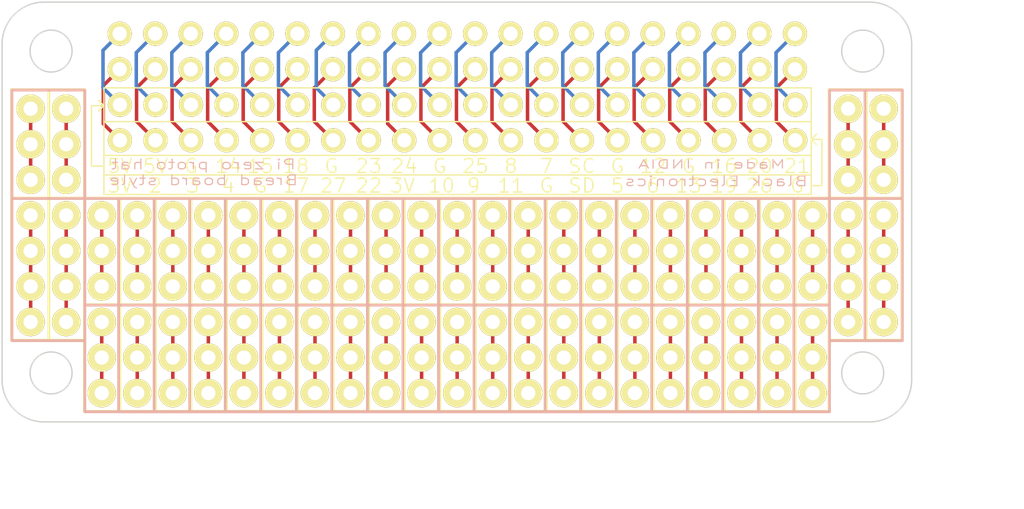
<source format=kicad_pcb>
(kicad_pcb (version 4) (host pcbnew "(2015-06-30 BZR 5847, Git 785638a)-product")

  (general
    (links 0)
    (no_connects 0)
    (area 54.931667 81.449999 135 119.700001)
    (thickness 1.6)
    (drawings 169)
    (tracks 265)
    (zones 0)
    (modules 52)
    (nets 91)
  )

  (page A4)
  (layers
    (0 F.Cu signal)
    (31 B.Cu signal)
    (32 B.Adhes user)
    (33 F.Adhes user)
    (34 B.Paste user)
    (35 F.Paste user)
    (36 B.SilkS user)
    (37 F.SilkS user)
    (38 B.Mask user)
    (39 F.Mask user)
    (40 Dwgs.User user)
    (41 Cmts.User user)
    (42 Eco1.User user)
    (43 Eco2.User user)
    (44 Edge.Cuts user)
    (45 Margin user)
    (46 B.CrtYd user)
    (47 F.CrtYd user hide)
    (48 B.Fab user)
    (49 F.Fab user)
  )

  (setup
    (last_trace_width 0.25)
    (trace_clearance 0.2)
    (zone_clearance 0.508)
    (zone_45_only no)
    (trace_min 0.2)
    (segment_width 0.1)
    (edge_width 0.1)
    (via_size 0.6)
    (via_drill 0.4)
    (via_min_size 0.4)
    (via_min_drill 0.3)
    (uvia_size 0.3)
    (uvia_drill 0.1)
    (uvias_allowed no)
    (uvia_min_size 0.2)
    (uvia_min_drill 0.1)
    (pcb_text_width 0.1)
    (pcb_text_size 1 1)
    (mod_edge_width 0.15)
    (mod_text_size 1 1)
    (mod_text_width 0.15)
    (pad_size 1.7272 1.7272)
    (pad_drill 1.016)
    (pad_to_mask_clearance 0)
    (aux_axis_origin 14.5 90.5)
    (visible_elements 7FFCF7FF)
    (pcbplotparams
      (layerselection 0x010fc_80000001)
      (usegerberextensions true)
      (excludeedgelayer true)
      (linewidth 0.100000)
      (plotframeref false)
      (viasonmask false)
      (mode 1)
      (useauxorigin false)
      (hpglpennumber 1)
      (hpglpenspeed 20)
      (hpglpendiameter 15)
      (hpglpenoverlay 2)
      (psnegative false)
      (psa4output false)
      (plotreference true)
      (plotvalue true)
      (plotinvisibletext false)
      (padsonsilk false)
      (subtractmaskfromsilk false)
      (outputformat 1)
      (mirror false)
      (drillshape 0)
      (scaleselection 1)
      (outputdirectory Gerbers/))
  )

  (net 0 "")
  (net 1 "Net-(P1-Pad1)")
  (net 2 /2)
  (net 3 "Net-(P1-Pad3)")
  (net 4 /4)
  (net 5 "Net-(P1-Pad5)")
  (net 6 /6)
  (net 7 "Net-(P1-Pad7)")
  (net 8 /8)
  (net 9 "Net-(P1-Pad9)")
  (net 10 /10)
  (net 11 "Net-(P1-Pad11)")
  (net 12 /12)
  (net 13 "Net-(P1-Pad13)")
  (net 14 /14)
  (net 15 "Net-(P1-Pad15)")
  (net 16 /16)
  (net 17 "Net-(P1-Pad17)")
  (net 18 /18)
  (net 19 "Net-(P1-Pad19)")
  (net 20 /20)
  (net 21 "Net-(P1-Pad21)")
  (net 22 /22)
  (net 23 "Net-(P1-Pad23)")
  (net 24 /24)
  (net 25 "Net-(P1-Pad25)")
  (net 26 /26)
  (net 27 "Net-(P1-Pad27)")
  (net 28 /28)
  (net 29 "Net-(P1-Pad29)")
  (net 30 /30)
  (net 31 "Net-(P1-Pad31)")
  (net 32 /32)
  (net 33 "Net-(P1-Pad33)")
  (net 34 /34)
  (net 35 "Net-(P1-Pad35)")
  (net 36 /36)
  (net 37 "Net-(P1-Pad37)")
  (net 38 /38)
  (net 39 "Net-(P1-Pad39)")
  (net 40 /40)
  (net 41 "Net-(P3-Pad1)")
  (net 42 "Net-(P4-Pad1)")
  (net 43 "Net-(P5-Pad1)")
  (net 44 "Net-(P6-Pad1)")
  (net 45 "Net-(P7-Pad1)")
  (net 46 "Net-(P8-Pad1)")
  (net 47 "Net-(P9-Pad1)")
  (net 48 "Net-(P10-Pad1)")
  (net 49 "Net-(P11-Pad1)")
  (net 50 "Net-(P12-Pad1)")
  (net 51 "Net-(P13-Pad1)")
  (net 52 "Net-(P14-Pad1)")
  (net 53 "Net-(P15-Pad1)")
  (net 54 "Net-(P16-Pad1)")
  (net 55 "Net-(P17-Pad1)")
  (net 56 "Net-(P18-Pad1)")
  (net 57 "Net-(P19-Pad1)")
  (net 58 "Net-(P20-Pad1)")
  (net 59 "Net-(P21-Pad1)")
  (net 60 "Net-(P22-Pad1)")
  (net 61 "Net-(P23-Pad1)")
  (net 62 "Net-(P24-Pad1)")
  (net 63 "Net-(P25-Pad1)")
  (net 64 "Net-(P27-Pad1)")
  (net 65 "Net-(P28-Pad1)")
  (net 66 "Net-(P29-Pad1)")
  (net 67 "Net-(P30-Pad1)")
  (net 68 "Net-(P31-Pad1)")
  (net 69 "Net-(P32-Pad1)")
  (net 70 "Net-(P33-Pad1)")
  (net 71 "Net-(P34-Pad1)")
  (net 72 "Net-(P35-Pad1)")
  (net 73 "Net-(P36-Pad1)")
  (net 74 "Net-(P37-Pad1)")
  (net 75 "Net-(P38-Pad1)")
  (net 76 "Net-(P39-Pad1)")
  (net 77 "Net-(P40-Pad1)")
  (net 78 "Net-(P41-Pad1)")
  (net 79 "Net-(P42-Pad1)")
  (net 80 "Net-(P43-Pad1)")
  (net 81 "Net-(P44-Pad1)")
  (net 82 "Net-(P45-Pad1)")
  (net 83 "Net-(P46-Pad1)")
  (net 84 "Net-(P47-Pad1)")
  (net 85 "Net-(P48-Pad1)")
  (net 86 "Net-(P49-Pad1)")
  (net 87 "Net-(P50-Pad1)")
  (net 88 "Net-(P51-Pad1)")
  (net 89 "Net-(P52-Pad1)")
  (net 90 "Net-(P26-Pad1)")

  (net_class Default "This is the default net class."
    (clearance 0.2)
    (trace_width 0.25)
    (via_dia 0.6)
    (via_drill 0.4)
    (uvia_dia 0.3)
    (uvia_drill 0.1)
    (add_net /10)
    (add_net /12)
    (add_net /14)
    (add_net /16)
    (add_net /18)
    (add_net /2)
    (add_net /20)
    (add_net /22)
    (add_net /24)
    (add_net /26)
    (add_net /28)
    (add_net /30)
    (add_net /32)
    (add_net /34)
    (add_net /36)
    (add_net /38)
    (add_net /4)
    (add_net /40)
    (add_net /6)
    (add_net /8)
    (add_net "Net-(P1-Pad1)")
    (add_net "Net-(P1-Pad11)")
    (add_net "Net-(P1-Pad13)")
    (add_net "Net-(P1-Pad15)")
    (add_net "Net-(P1-Pad17)")
    (add_net "Net-(P1-Pad19)")
    (add_net "Net-(P1-Pad21)")
    (add_net "Net-(P1-Pad23)")
    (add_net "Net-(P1-Pad25)")
    (add_net "Net-(P1-Pad27)")
    (add_net "Net-(P1-Pad29)")
    (add_net "Net-(P1-Pad3)")
    (add_net "Net-(P1-Pad31)")
    (add_net "Net-(P1-Pad33)")
    (add_net "Net-(P1-Pad35)")
    (add_net "Net-(P1-Pad37)")
    (add_net "Net-(P1-Pad39)")
    (add_net "Net-(P1-Pad5)")
    (add_net "Net-(P1-Pad7)")
    (add_net "Net-(P1-Pad9)")
    (add_net "Net-(P10-Pad1)")
    (add_net "Net-(P11-Pad1)")
    (add_net "Net-(P12-Pad1)")
    (add_net "Net-(P13-Pad1)")
    (add_net "Net-(P14-Pad1)")
    (add_net "Net-(P15-Pad1)")
    (add_net "Net-(P16-Pad1)")
    (add_net "Net-(P17-Pad1)")
    (add_net "Net-(P18-Pad1)")
    (add_net "Net-(P19-Pad1)")
    (add_net "Net-(P20-Pad1)")
    (add_net "Net-(P21-Pad1)")
    (add_net "Net-(P22-Pad1)")
    (add_net "Net-(P23-Pad1)")
    (add_net "Net-(P24-Pad1)")
    (add_net "Net-(P25-Pad1)")
    (add_net "Net-(P26-Pad1)")
    (add_net "Net-(P27-Pad1)")
    (add_net "Net-(P28-Pad1)")
    (add_net "Net-(P29-Pad1)")
    (add_net "Net-(P3-Pad1)")
    (add_net "Net-(P30-Pad1)")
    (add_net "Net-(P31-Pad1)")
    (add_net "Net-(P32-Pad1)")
    (add_net "Net-(P33-Pad1)")
    (add_net "Net-(P34-Pad1)")
    (add_net "Net-(P35-Pad1)")
    (add_net "Net-(P36-Pad1)")
    (add_net "Net-(P37-Pad1)")
    (add_net "Net-(P38-Pad1)")
    (add_net "Net-(P39-Pad1)")
    (add_net "Net-(P4-Pad1)")
    (add_net "Net-(P40-Pad1)")
    (add_net "Net-(P41-Pad1)")
    (add_net "Net-(P42-Pad1)")
    (add_net "Net-(P43-Pad1)")
    (add_net "Net-(P44-Pad1)")
    (add_net "Net-(P45-Pad1)")
    (add_net "Net-(P46-Pad1)")
    (add_net "Net-(P47-Pad1)")
    (add_net "Net-(P48-Pad1)")
    (add_net "Net-(P49-Pad1)")
    (add_net "Net-(P5-Pad1)")
    (add_net "Net-(P50-Pad1)")
    (add_net "Net-(P51-Pad1)")
    (add_net "Net-(P52-Pad1)")
    (add_net "Net-(P6-Pad1)")
    (add_net "Net-(P7-Pad1)")
    (add_net "Net-(P8-Pad1)")
    (add_net "Net-(P9-Pad1)")
  )

  (module terminal:Pin_Header_Straight_1x03_mod (layer F.Cu) (tedit 56A21E67) (tstamp 56A47043)
    (at 95.6 104.36)
    (descr "Through hole pin header")
    (tags "pin header")
    (path /56A2148F)
    (fp_text reference P3 (at 0 -4.318) (layer F.SilkS) hide
      (effects (font (size 1 1) (thickness 0.15)))
    )
    (fp_text value CONN_01X03 (at 0 -3.1) (layer F.Fab) hide
      (effects (font (size 1 1) (thickness 0.15)))
    )
    (pad 1 thru_hole circle (at 0 0) (size 2.032 2.032) (drill 1.016) (layers *.Cu *.Mask F.SilkS)
      (net 41 "Net-(P3-Pad1)"))
    (pad 2 thru_hole circle (at 0 2.54) (size 2.032 2.032) (drill 1.016) (layers *.Cu *.Mask F.SilkS)
      (net 41 "Net-(P3-Pad1)"))
    (pad 3 thru_hole circle (at 0 5.08) (size 2.032 2.032) (drill 1.016) (layers *.Cu *.Mask F.SilkS)
      (net 41 "Net-(P3-Pad1)"))
    (model Pin_Headers.3dshapes/Pin_Header_Straight_1x03.wrl
      (at (xyz 0 -0.1 0))
      (scale (xyz 1 1 1))
      (rotate (xyz 0 0 90))
    )
  )

  (module terminal:Pin_Header_Straight_1x03_mod (layer F.Cu) (tedit 56A21E67) (tstamp 56A47049)
    (at 87.98 96.74)
    (descr "Through hole pin header")
    (tags "pin header")
    (path /56A22CF2)
    (fp_text reference P4 (at 0 -4.318) (layer F.SilkS) hide
      (effects (font (size 1 1) (thickness 0.15)))
    )
    (fp_text value CONN_01X03 (at 0 -3.1) (layer F.Fab) hide
      (effects (font (size 1 1) (thickness 0.15)))
    )
    (pad 1 thru_hole circle (at 0 0) (size 2.032 2.032) (drill 1.016) (layers *.Cu *.Mask F.SilkS)
      (net 42 "Net-(P4-Pad1)"))
    (pad 2 thru_hole circle (at 0 2.54) (size 2.032 2.032) (drill 1.016) (layers *.Cu *.Mask F.SilkS)
      (net 42 "Net-(P4-Pad1)"))
    (pad 3 thru_hole circle (at 0 5.08) (size 2.032 2.032) (drill 1.016) (layers *.Cu *.Mask F.SilkS)
      (net 42 "Net-(P4-Pad1)"))
    (model Pin_Headers.3dshapes/Pin_Header_Straight_1x03.wrl
      (at (xyz 0 -0.1 0))
      (scale (xyz 1 1 1))
      (rotate (xyz 0 0 90))
    )
  )

  (module terminal:Pin_Header_Straight_1x03_mod (layer F.Cu) (tedit 56A21E67) (tstamp 56A4704F)
    (at 72.74 104.36)
    (descr "Through hole pin header")
    (tags "pin header")
    (path /56A234D5)
    (fp_text reference P5 (at 0 -4.318) (layer F.SilkS) hide
      (effects (font (size 1 1) (thickness 0.15)))
    )
    (fp_text value CONN_01X03 (at 0 -3.1) (layer F.Fab) hide
      (effects (font (size 1 1) (thickness 0.15)))
    )
    (pad 1 thru_hole circle (at 0 0) (size 2.032 2.032) (drill 1.016) (layers *.Cu *.Mask F.SilkS)
      (net 43 "Net-(P5-Pad1)"))
    (pad 2 thru_hole circle (at 0 2.54) (size 2.032 2.032) (drill 1.016) (layers *.Cu *.Mask F.SilkS)
      (net 43 "Net-(P5-Pad1)"))
    (pad 3 thru_hole circle (at 0 5.08) (size 2.032 2.032) (drill 1.016) (layers *.Cu *.Mask F.SilkS)
      (net 43 "Net-(P5-Pad1)"))
    (model Pin_Headers.3dshapes/Pin_Header_Straight_1x03.wrl
      (at (xyz 0 -0.1 0))
      (scale (xyz 1 1 1))
      (rotate (xyz 0 0 90))
    )
  )

  (module terminal:Pin_Header_Straight_1x03_mod (layer F.Cu) (tedit 56A21E67) (tstamp 56A47055)
    (at 115.92 96.74)
    (descr "Through hole pin header")
    (tags "pin header")
    (path /56A234EB)
    (fp_text reference P6 (at 0 -4.318) (layer F.SilkS) hide
      (effects (font (size 1 1) (thickness 0.15)))
    )
    (fp_text value CONN_01X03 (at 0 -3.1) (layer F.Fab) hide
      (effects (font (size 1 1) (thickness 0.15)))
    )
    (pad 1 thru_hole circle (at 0 0) (size 2.032 2.032) (drill 1.016) (layers *.Cu *.Mask F.SilkS)
      (net 44 "Net-(P6-Pad1)"))
    (pad 2 thru_hole circle (at 0 2.54) (size 2.032 2.032) (drill 1.016) (layers *.Cu *.Mask F.SilkS)
      (net 44 "Net-(P6-Pad1)"))
    (pad 3 thru_hole circle (at 0 5.08) (size 2.032 2.032) (drill 1.016) (layers *.Cu *.Mask F.SilkS)
      (net 44 "Net-(P6-Pad1)"))
    (model Pin_Headers.3dshapes/Pin_Header_Straight_1x03.wrl
      (at (xyz 0 -0.1 0))
      (scale (xyz 1 1 1))
      (rotate (xyz 0 0 90))
    )
  )

  (module terminal:Pin_Header_Straight_1x03_mod (layer F.Cu) (tedit 56A21E67) (tstamp 56A4705B)
    (at 113.38 96.74)
    (descr "Through hole pin header")
    (tags "pin header")
    (path /56A24957)
    (fp_text reference P7 (at 0 -4.318) (layer F.SilkS) hide
      (effects (font (size 1 1) (thickness 0.15)))
    )
    (fp_text value CONN_01X03 (at 0 -3.1) (layer F.Fab) hide
      (effects (font (size 1 1) (thickness 0.15)))
    )
    (pad 1 thru_hole circle (at 0 0) (size 2.032 2.032) (drill 1.016) (layers *.Cu *.Mask F.SilkS)
      (net 45 "Net-(P7-Pad1)"))
    (pad 2 thru_hole circle (at 0 2.54) (size 2.032 2.032) (drill 1.016) (layers *.Cu *.Mask F.SilkS)
      (net 45 "Net-(P7-Pad1)"))
    (pad 3 thru_hole circle (at 0 5.08) (size 2.032 2.032) (drill 1.016) (layers *.Cu *.Mask F.SilkS)
      (net 45 "Net-(P7-Pad1)"))
    (model Pin_Headers.3dshapes/Pin_Header_Straight_1x03.wrl
      (at (xyz 0 -0.1 0))
      (scale (xyz 1 1 1))
      (rotate (xyz 0 0 90))
    )
  )

  (module terminal:Pin_Header_Straight_1x03_mod (layer F.Cu) (tedit 56A21E67) (tstamp 56A47061)
    (at 98.14 104.36)
    (descr "Through hole pin header")
    (tags "pin header")
    (path /56A2496D)
    (fp_text reference P8 (at 0 -4.318) (layer F.SilkS) hide
      (effects (font (size 1 1) (thickness 0.15)))
    )
    (fp_text value CONN_01X03 (at 0 -3.1) (layer F.Fab) hide
      (effects (font (size 1 1) (thickness 0.15)))
    )
    (pad 1 thru_hole circle (at 0 0) (size 2.032 2.032) (drill 1.016) (layers *.Cu *.Mask F.SilkS)
      (net 46 "Net-(P8-Pad1)"))
    (pad 2 thru_hole circle (at 0 2.54) (size 2.032 2.032) (drill 1.016) (layers *.Cu *.Mask F.SilkS)
      (net 46 "Net-(P8-Pad1)"))
    (pad 3 thru_hole circle (at 0 5.08) (size 2.032 2.032) (drill 1.016) (layers *.Cu *.Mask F.SilkS)
      (net 46 "Net-(P8-Pad1)"))
    (model Pin_Headers.3dshapes/Pin_Header_Straight_1x03.wrl
      (at (xyz 0 -0.1 0))
      (scale (xyz 1 1 1))
      (rotate (xyz 0 0 90))
    )
  )

  (module terminal:Pin_Header_Straight_1x03_mod (layer F.Cu) (tedit 56A21E67) (tstamp 56A47067)
    (at 100.68 104.36)
    (descr "Through hole pin header")
    (tags "pin header")
    (path /56A22C19)
    (fp_text reference P9 (at 0 -4.318) (layer F.SilkS) hide
      (effects (font (size 1 1) (thickness 0.15)))
    )
    (fp_text value CONN_01X03 (at 0 -3.1) (layer F.Fab) hide
      (effects (font (size 1 1) (thickness 0.15)))
    )
    (pad 1 thru_hole circle (at 0 0) (size 2.032 2.032) (drill 1.016) (layers *.Cu *.Mask F.SilkS)
      (net 47 "Net-(P9-Pad1)"))
    (pad 2 thru_hole circle (at 0 2.54) (size 2.032 2.032) (drill 1.016) (layers *.Cu *.Mask F.SilkS)
      (net 47 "Net-(P9-Pad1)"))
    (pad 3 thru_hole circle (at 0 5.08) (size 2.032 2.032) (drill 1.016) (layers *.Cu *.Mask F.SilkS)
      (net 47 "Net-(P9-Pad1)"))
    (model Pin_Headers.3dshapes/Pin_Header_Straight_1x03.wrl
      (at (xyz 0 -0.1 0))
      (scale (xyz 1 1 1))
      (rotate (xyz 0 0 90))
    )
  )

  (module terminal:Pin_Header_Straight_1x03_mod (layer F.Cu) (tedit 56A21E67) (tstamp 56A4706D)
    (at 113.38 104.36)
    (descr "Through hole pin header")
    (tags "pin header")
    (path /56A22CFD)
    (fp_text reference P10 (at 0 -4.318) (layer F.SilkS) hide
      (effects (font (size 1 1) (thickness 0.15)))
    )
    (fp_text value CONN_01X03 (at 0 -3.1) (layer F.Fab) hide
      (effects (font (size 1 1) (thickness 0.15)))
    )
    (pad 1 thru_hole circle (at 0 0) (size 2.032 2.032) (drill 1.016) (layers *.Cu *.Mask F.SilkS)
      (net 48 "Net-(P10-Pad1)"))
    (pad 2 thru_hole circle (at 0 2.54) (size 2.032 2.032) (drill 1.016) (layers *.Cu *.Mask F.SilkS)
      (net 48 "Net-(P10-Pad1)"))
    (pad 3 thru_hole circle (at 0 5.08) (size 2.032 2.032) (drill 1.016) (layers *.Cu *.Mask F.SilkS)
      (net 48 "Net-(P10-Pad1)"))
    (model Pin_Headers.3dshapes/Pin_Header_Straight_1x03.wrl
      (at (xyz 0 -0.1 0))
      (scale (xyz 1 1 1))
      (rotate (xyz 0 0 90))
    )
  )

  (module terminal:Pin_Header_Straight_1x03_mod (layer F.Cu) (tedit 56A21E67) (tstamp 56A47073)
    (at 110.84 104.36)
    (descr "Through hole pin header")
    (tags "pin header")
    (path /56A234E0)
    (fp_text reference P11 (at 0 -4.318) (layer F.SilkS) hide
      (effects (font (size 1 1) (thickness 0.15)))
    )
    (fp_text value CONN_01X03 (at 0 -3.1) (layer F.Fab) hide
      (effects (font (size 1 1) (thickness 0.15)))
    )
    (pad 1 thru_hole circle (at 0 0) (size 2.032 2.032) (drill 1.016) (layers *.Cu *.Mask F.SilkS)
      (net 49 "Net-(P11-Pad1)"))
    (pad 2 thru_hole circle (at 0 2.54) (size 2.032 2.032) (drill 1.016) (layers *.Cu *.Mask F.SilkS)
      (net 49 "Net-(P11-Pad1)"))
    (pad 3 thru_hole circle (at 0 5.08) (size 2.032 2.032) (drill 1.016) (layers *.Cu *.Mask F.SilkS)
      (net 49 "Net-(P11-Pad1)"))
    (model Pin_Headers.3dshapes/Pin_Header_Straight_1x03.wrl
      (at (xyz 0 -0.1 0))
      (scale (xyz 1 1 1))
      (rotate (xyz 0 0 90))
    )
  )

  (module terminal:Pin_Header_Straight_1x03_mod (layer F.Cu) (tedit 56A21E67) (tstamp 56A47079)
    (at 115.92 104.36)
    (descr "Through hole pin header")
    (tags "pin header")
    (path /56A234F6)
    (fp_text reference P12 (at 0 -4.318) (layer F.SilkS) hide
      (effects (font (size 1 1) (thickness 0.15)))
    )
    (fp_text value CONN_01X03 (at 0 -3.1) (layer F.Fab) hide
      (effects (font (size 1 1) (thickness 0.15)))
    )
    (pad 1 thru_hole circle (at 0 0) (size 2.032 2.032) (drill 1.016) (layers *.Cu *.Mask F.SilkS)
      (net 50 "Net-(P12-Pad1)"))
    (pad 2 thru_hole circle (at 0 2.54) (size 2.032 2.032) (drill 1.016) (layers *.Cu *.Mask F.SilkS)
      (net 50 "Net-(P12-Pad1)"))
    (pad 3 thru_hole circle (at 0 5.08) (size 2.032 2.032) (drill 1.016) (layers *.Cu *.Mask F.SilkS)
      (net 50 "Net-(P12-Pad1)"))
    (model Pin_Headers.3dshapes/Pin_Header_Straight_1x03.wrl
      (at (xyz 0 -0.1 0))
      (scale (xyz 1 1 1))
      (rotate (xyz 0 0 90))
    )
  )

  (module terminal:Pin_Header_Straight_1x03_mod (layer F.Cu) (tedit 56A21E67) (tstamp 56A4707F)
    (at 60.04 89.12)
    (descr "Through hole pin header")
    (tags "pin header")
    (path /56A24962)
    (fp_text reference P13 (at 0 -4.318) (layer F.SilkS) hide
      (effects (font (size 1 1) (thickness 0.15)))
    )
    (fp_text value CONN_01X03 (at 0 -3.1) (layer F.Fab) hide
      (effects (font (size 1 1) (thickness 0.15)))
    )
    (pad 1 thru_hole circle (at 0 0) (size 2.032 2.032) (drill 1.016) (layers *.Cu *.Mask F.SilkS)
      (net 51 "Net-(P13-Pad1)"))
    (pad 2 thru_hole circle (at 0 2.54) (size 2.032 2.032) (drill 1.016) (layers *.Cu *.Mask F.SilkS)
      (net 51 "Net-(P13-Pad1)"))
    (pad 3 thru_hole circle (at 0 5.08) (size 2.032 2.032) (drill 1.016) (layers *.Cu *.Mask F.SilkS)
      (net 51 "Net-(P13-Pad1)"))
    (model Pin_Headers.3dshapes/Pin_Header_Straight_1x03.wrl
      (at (xyz 0 -0.1 0))
      (scale (xyz 1 1 1))
      (rotate (xyz 0 0 90))
    )
  )

  (module terminal:Pin_Header_Straight_1x03_mod (layer F.Cu) (tedit 56A21E67) (tstamp 56A47085)
    (at 108.3 104.36)
    (descr "Through hole pin header")
    (tags "pin header")
    (path /56A24978)
    (fp_text reference P14 (at 0 -4.318) (layer F.SilkS) hide
      (effects (font (size 1 1) (thickness 0.15)))
    )
    (fp_text value CONN_01X03 (at 0 -3.1) (layer F.Fab) hide
      (effects (font (size 1 1) (thickness 0.15)))
    )
    (pad 1 thru_hole circle (at 0 0) (size 2.032 2.032) (drill 1.016) (layers *.Cu *.Mask F.SilkS)
      (net 52 "Net-(P14-Pad1)"))
    (pad 2 thru_hole circle (at 0 2.54) (size 2.032 2.032) (drill 1.016) (layers *.Cu *.Mask F.SilkS)
      (net 52 "Net-(P14-Pad1)"))
    (pad 3 thru_hole circle (at 0 5.08) (size 2.032 2.032) (drill 1.016) (layers *.Cu *.Mask F.SilkS)
      (net 52 "Net-(P14-Pad1)"))
    (model Pin_Headers.3dshapes/Pin_Header_Straight_1x03.wrl
      (at (xyz 0 -0.1 0))
      (scale (xyz 1 1 1))
      (rotate (xyz 0 0 90))
    )
  )

  (module terminal:Pin_Header_Straight_1x03_mod (layer F.Cu) (tedit 56A21E67) (tstamp 56A4708B)
    (at 90.52 96.74)
    (descr "Through hole pin header")
    (tags "pin header")
    (path /56A23024)
    (fp_text reference P15 (at 0 -4.318) (layer F.SilkS) hide
      (effects (font (size 1 1) (thickness 0.15)))
    )
    (fp_text value CONN_01X03 (at 0 -3.1) (layer F.Fab) hide
      (effects (font (size 1 1) (thickness 0.15)))
    )
    (pad 1 thru_hole circle (at 0 0) (size 2.032 2.032) (drill 1.016) (layers *.Cu *.Mask F.SilkS)
      (net 53 "Net-(P15-Pad1)"))
    (pad 2 thru_hole circle (at 0 2.54) (size 2.032 2.032) (drill 1.016) (layers *.Cu *.Mask F.SilkS)
      (net 53 "Net-(P15-Pad1)"))
    (pad 3 thru_hole circle (at 0 5.08) (size 2.032 2.032) (drill 1.016) (layers *.Cu *.Mask F.SilkS)
      (net 53 "Net-(P15-Pad1)"))
    (model Pin_Headers.3dshapes/Pin_Header_Straight_1x03.wrl
      (at (xyz 0 -0.1 0))
      (scale (xyz 1 1 1))
      (rotate (xyz 0 0 90))
    )
  )

  (module terminal:Pin_Header_Straight_1x03_mod (layer F.Cu) (tedit 56A21E67) (tstamp 56A47091)
    (at 110.84 96.74)
    (descr "Through hole pin header")
    (tags "pin header")
    (path /56A2303A)
    (fp_text reference P16 (at 0 -4.318) (layer F.SilkS) hide
      (effects (font (size 1 1) (thickness 0.15)))
    )
    (fp_text value CONN_01X03 (at 0 -3.1) (layer F.Fab) hide
      (effects (font (size 1 1) (thickness 0.15)))
    )
    (pad 1 thru_hole circle (at 0 0) (size 2.032 2.032) (drill 1.016) (layers *.Cu *.Mask F.SilkS)
      (net 54 "Net-(P16-Pad1)"))
    (pad 2 thru_hole circle (at 0 2.54) (size 2.032 2.032) (drill 1.016) (layers *.Cu *.Mask F.SilkS)
      (net 54 "Net-(P16-Pad1)"))
    (pad 3 thru_hole circle (at 0 5.08) (size 2.032 2.032) (drill 1.016) (layers *.Cu *.Mask F.SilkS)
      (net 54 "Net-(P16-Pad1)"))
    (model Pin_Headers.3dshapes/Pin_Header_Straight_1x03.wrl
      (at (xyz 0 -0.1 0))
      (scale (xyz 1 1 1))
      (rotate (xyz 0 0 90))
    )
  )

  (module terminal:Pin_Header_Straight_1x03_mod (layer F.Cu) (tedit 56A21E67) (tstamp 56A47097)
    (at 87.98 104.36)
    (descr "Through hole pin header")
    (tags "pin header")
    (path /56A23501)
    (fp_text reference P17 (at 0 -4.318) (layer F.SilkS) hide
      (effects (font (size 1 1) (thickness 0.15)))
    )
    (fp_text value CONN_01X03 (at 0 -3.1) (layer F.Fab) hide
      (effects (font (size 1 1) (thickness 0.15)))
    )
    (pad 1 thru_hole circle (at 0 0) (size 2.032 2.032) (drill 1.016) (layers *.Cu *.Mask F.SilkS)
      (net 55 "Net-(P17-Pad1)"))
    (pad 2 thru_hole circle (at 0 2.54) (size 2.032 2.032) (drill 1.016) (layers *.Cu *.Mask F.SilkS)
      (net 55 "Net-(P17-Pad1)"))
    (pad 3 thru_hole circle (at 0 5.08) (size 2.032 2.032) (drill 1.016) (layers *.Cu *.Mask F.SilkS)
      (net 55 "Net-(P17-Pad1)"))
    (model Pin_Headers.3dshapes/Pin_Header_Straight_1x03.wrl
      (at (xyz 0 -0.1 0))
      (scale (xyz 1 1 1))
      (rotate (xyz 0 0 90))
    )
  )

  (module terminal:Pin_Header_Straight_1x03_mod (layer F.Cu) (tedit 56A21E67) (tstamp 56A4709D)
    (at 103.22 104.36)
    (descr "Through hole pin header")
    (tags "pin header")
    (path /56A23517)
    (fp_text reference P18 (at 0 -4.318) (layer F.SilkS) hide
      (effects (font (size 1 1) (thickness 0.15)))
    )
    (fp_text value CONN_01X03 (at 0 -3.1) (layer F.Fab) hide
      (effects (font (size 1 1) (thickness 0.15)))
    )
    (pad 1 thru_hole circle (at 0 0) (size 2.032 2.032) (drill 1.016) (layers *.Cu *.Mask F.SilkS)
      (net 56 "Net-(P18-Pad1)"))
    (pad 2 thru_hole circle (at 0 2.54) (size 2.032 2.032) (drill 1.016) (layers *.Cu *.Mask F.SilkS)
      (net 56 "Net-(P18-Pad1)"))
    (pad 3 thru_hole circle (at 0 5.08) (size 2.032 2.032) (drill 1.016) (layers *.Cu *.Mask F.SilkS)
      (net 56 "Net-(P18-Pad1)"))
    (model Pin_Headers.3dshapes/Pin_Header_Straight_1x03.wrl
      (at (xyz 0 -0.1 0))
      (scale (xyz 1 1 1))
      (rotate (xyz 0 0 90))
    )
  )

  (module terminal:Pin_Header_Straight_1x03_mod (layer F.Cu) (tedit 56A21E67) (tstamp 56A470A3)
    (at 118.46 89.12)
    (descr "Through hole pin header")
    (tags "pin header")
    (path /56A24983)
    (fp_text reference P19 (at 0 -4.318) (layer F.SilkS) hide
      (effects (font (size 1 1) (thickness 0.15)))
    )
    (fp_text value CONN_01X03 (at 0 -3.1) (layer F.Fab) hide
      (effects (font (size 1 1) (thickness 0.15)))
    )
    (pad 1 thru_hole circle (at 0 0) (size 2.032 2.032) (drill 1.016) (layers *.Cu *.Mask F.SilkS)
      (net 57 "Net-(P19-Pad1)"))
    (pad 2 thru_hole circle (at 0 2.54) (size 2.032 2.032) (drill 1.016) (layers *.Cu *.Mask F.SilkS)
      (net 57 "Net-(P19-Pad1)"))
    (pad 3 thru_hole circle (at 0 5.08) (size 2.032 2.032) (drill 1.016) (layers *.Cu *.Mask F.SilkS)
      (net 57 "Net-(P19-Pad1)"))
    (model Pin_Headers.3dshapes/Pin_Header_Straight_1x03.wrl
      (at (xyz 0 -0.1 0))
      (scale (xyz 1 1 1))
      (rotate (xyz 0 0 90))
    )
  )

  (module terminal:Pin_Header_Straight_1x03_mod (layer F.Cu) (tedit 56A21E67) (tstamp 56A470A9)
    (at 85.44 104.36)
    (descr "Through hole pin header")
    (tags "pin header")
    (path /56A24999)
    (fp_text reference P20 (at 0 -4.318) (layer F.SilkS) hide
      (effects (font (size 1 1) (thickness 0.15)))
    )
    (fp_text value CONN_01X03 (at 0 -3.1) (layer F.Fab) hide
      (effects (font (size 1 1) (thickness 0.15)))
    )
    (pad 1 thru_hole circle (at 0 0) (size 2.032 2.032) (drill 1.016) (layers *.Cu *.Mask F.SilkS)
      (net 58 "Net-(P20-Pad1)"))
    (pad 2 thru_hole circle (at 0 2.54) (size 2.032 2.032) (drill 1.016) (layers *.Cu *.Mask F.SilkS)
      (net 58 "Net-(P20-Pad1)"))
    (pad 3 thru_hole circle (at 0 5.08) (size 2.032 2.032) (drill 1.016) (layers *.Cu *.Mask F.SilkS)
      (net 58 "Net-(P20-Pad1)"))
    (model Pin_Headers.3dshapes/Pin_Header_Straight_1x03.wrl
      (at (xyz 0 -0.1 0))
      (scale (xyz 1 1 1))
      (rotate (xyz 0 0 90))
    )
  )

  (module terminal:Pin_Header_Straight_1x03_mod (layer F.Cu) (tedit 56A21E67) (tstamp 56A470AF)
    (at 85.44 96.74)
    (descr "Through hole pin header")
    (tags "pin header")
    (path /56A2302F)
    (fp_text reference P21 (at 0 -4.318) (layer F.SilkS) hide
      (effects (font (size 1 1) (thickness 0.15)))
    )
    (fp_text value CONN_01X03 (at 0 -3.1) (layer F.Fab) hide
      (effects (font (size 1 1) (thickness 0.15)))
    )
    (pad 1 thru_hole circle (at 0 0) (size 2.032 2.032) (drill 1.016) (layers *.Cu *.Mask F.SilkS)
      (net 59 "Net-(P21-Pad1)"))
    (pad 2 thru_hole circle (at 0 2.54) (size 2.032 2.032) (drill 1.016) (layers *.Cu *.Mask F.SilkS)
      (net 59 "Net-(P21-Pad1)"))
    (pad 3 thru_hole circle (at 0 5.08) (size 2.032 2.032) (drill 1.016) (layers *.Cu *.Mask F.SilkS)
      (net 59 "Net-(P21-Pad1)"))
    (model Pin_Headers.3dshapes/Pin_Header_Straight_1x03.wrl
      (at (xyz 0 -0.1 0))
      (scale (xyz 1 1 1))
      (rotate (xyz 0 0 90))
    )
  )

  (module terminal:Pin_Header_Straight_1x03_mod (layer F.Cu) (tedit 56A21E67) (tstamp 56A470B5)
    (at 72.74 96.74)
    (descr "Through hole pin header")
    (tags "pin header")
    (path /56A23045)
    (fp_text reference P22 (at 0 -4.318) (layer F.SilkS) hide
      (effects (font (size 1 1) (thickness 0.15)))
    )
    (fp_text value CONN_01X03 (at 0 -3.1) (layer F.Fab) hide
      (effects (font (size 1 1) (thickness 0.15)))
    )
    (pad 1 thru_hole circle (at 0 0) (size 2.032 2.032) (drill 1.016) (layers *.Cu *.Mask F.SilkS)
      (net 60 "Net-(P22-Pad1)"))
    (pad 2 thru_hole circle (at 0 2.54) (size 2.032 2.032) (drill 1.016) (layers *.Cu *.Mask F.SilkS)
      (net 60 "Net-(P22-Pad1)"))
    (pad 3 thru_hole circle (at 0 5.08) (size 2.032 2.032) (drill 1.016) (layers *.Cu *.Mask F.SilkS)
      (net 60 "Net-(P22-Pad1)"))
    (model Pin_Headers.3dshapes/Pin_Header_Straight_1x03.wrl
      (at (xyz 0 -0.1 0))
      (scale (xyz 1 1 1))
      (rotate (xyz 0 0 90))
    )
  )

  (module terminal:Pin_Header_Straight_1x03_mod (layer F.Cu) (tedit 56A21E67) (tstamp 56A470BB)
    (at 103.22 96.74)
    (descr "Through hole pin header")
    (tags "pin header")
    (path /56A2350C)
    (fp_text reference P23 (at 0 -4.318) (layer F.SilkS) hide
      (effects (font (size 1 1) (thickness 0.15)))
    )
    (fp_text value CONN_01X03 (at 0 -3.1) (layer F.Fab) hide
      (effects (font (size 1 1) (thickness 0.15)))
    )
    (pad 1 thru_hole circle (at 0 0) (size 2.032 2.032) (drill 1.016) (layers *.Cu *.Mask F.SilkS)
      (net 61 "Net-(P23-Pad1)"))
    (pad 2 thru_hole circle (at 0 2.54) (size 2.032 2.032) (drill 1.016) (layers *.Cu *.Mask F.SilkS)
      (net 61 "Net-(P23-Pad1)"))
    (pad 3 thru_hole circle (at 0 5.08) (size 2.032 2.032) (drill 1.016) (layers *.Cu *.Mask F.SilkS)
      (net 61 "Net-(P23-Pad1)"))
    (model Pin_Headers.3dshapes/Pin_Header_Straight_1x03.wrl
      (at (xyz 0 -0.1 0))
      (scale (xyz 1 1 1))
      (rotate (xyz 0 0 90))
    )
  )

  (module terminal:Pin_Header_Straight_1x03_mod (layer F.Cu) (tedit 56A21E67) (tstamp 56A470C1)
    (at 95.6 96.74)
    (descr "Through hole pin header")
    (tags "pin header")
    (path /56A23522)
    (fp_text reference P24 (at 0 -4.318) (layer F.SilkS) hide
      (effects (font (size 1 1) (thickness 0.15)))
    )
    (fp_text value CONN_01X03 (at 0 -3.1) (layer F.Fab) hide
      (effects (font (size 1 1) (thickness 0.15)))
    )
    (pad 1 thru_hole circle (at 0 0) (size 2.032 2.032) (drill 1.016) (layers *.Cu *.Mask F.SilkS)
      (net 62 "Net-(P24-Pad1)"))
    (pad 2 thru_hole circle (at 0 2.54) (size 2.032 2.032) (drill 1.016) (layers *.Cu *.Mask F.SilkS)
      (net 62 "Net-(P24-Pad1)"))
    (pad 3 thru_hole circle (at 0 5.08) (size 2.032 2.032) (drill 1.016) (layers *.Cu *.Mask F.SilkS)
      (net 62 "Net-(P24-Pad1)"))
    (model Pin_Headers.3dshapes/Pin_Header_Straight_1x03.wrl
      (at (xyz 0 -0.1 0))
      (scale (xyz 1 1 1))
      (rotate (xyz 0 0 90))
    )
  )

  (module terminal:Pin_Header_Straight_1x03_mod (layer F.Cu) (tedit 56A21E67) (tstamp 56A470C7)
    (at 108.3 96.74)
    (descr "Through hole pin header")
    (tags "pin header")
    (path /56A2498E)
    (fp_text reference P25 (at 0 -4.318) (layer F.SilkS) hide
      (effects (font (size 1 1) (thickness 0.15)))
    )
    (fp_text value CONN_01X03 (at 0 -3.1) (layer F.Fab) hide
      (effects (font (size 1 1) (thickness 0.15)))
    )
    (pad 1 thru_hole circle (at 0 0) (size 2.032 2.032) (drill 1.016) (layers *.Cu *.Mask F.SilkS)
      (net 63 "Net-(P25-Pad1)"))
    (pad 2 thru_hole circle (at 0 2.54) (size 2.032 2.032) (drill 1.016) (layers *.Cu *.Mask F.SilkS)
      (net 63 "Net-(P25-Pad1)"))
    (pad 3 thru_hole circle (at 0 5.08) (size 2.032 2.032) (drill 1.016) (layers *.Cu *.Mask F.SilkS)
      (net 63 "Net-(P25-Pad1)"))
    (model Pin_Headers.3dshapes/Pin_Header_Straight_1x03.wrl
      (at (xyz 0 -0.1 0))
      (scale (xyz 1 1 1))
      (rotate (xyz 0 0 90))
    )
  )

  (module terminal:Pin_Header_Straight_1x03_mod (layer F.Cu) (tedit 56A21E67) (tstamp 56A470CD)
    (at 62.58 89.12)
    (descr "Through hole pin header")
    (tags "pin header")
    (path /56A249A4)
    (fp_text reference P26 (at 0 -4.318) (layer F.SilkS) hide
      (effects (font (size 1 1) (thickness 0.15)))
    )
    (fp_text value CONN_01X03 (at 0 -3.1) (layer F.Fab) hide
      (effects (font (size 1 1) (thickness 0.15)))
    )
    (pad 1 thru_hole circle (at 0 0) (size 2.032 2.032) (drill 1.016) (layers *.Cu *.Mask F.SilkS)
      (net 90 "Net-(P26-Pad1)"))
    (pad 2 thru_hole circle (at 0 2.54) (size 2.032 2.032) (drill 1.016) (layers *.Cu *.Mask F.SilkS)
      (net 90 "Net-(P26-Pad1)"))
    (pad 3 thru_hole circle (at 0 5.08) (size 2.032 2.032) (drill 1.016) (layers *.Cu *.Mask F.SilkS)
      (net 90 "Net-(P26-Pad1)"))
    (model Pin_Headers.3dshapes/Pin_Header_Straight_1x03.wrl
      (at (xyz 0 -0.1 0))
      (scale (xyz 1 1 1))
      (rotate (xyz 0 0 90))
    )
  )

  (module terminal:Pin_Header_Straight_1x03_mod (layer F.Cu) (tedit 56A21E67) (tstamp 56A470D3)
    (at 98.14 96.74)
    (descr "Through hole pin header")
    (tags "pin header")
    (path /56A23181)
    (fp_text reference P27 (at 0 -4.318) (layer F.SilkS) hide
      (effects (font (size 1 1) (thickness 0.15)))
    )
    (fp_text value CONN_01X03 (at 0 -3.1) (layer F.Fab) hide
      (effects (font (size 1 1) (thickness 0.15)))
    )
    (pad 1 thru_hole circle (at 0 0) (size 2.032 2.032) (drill 1.016) (layers *.Cu *.Mask F.SilkS)
      (net 64 "Net-(P27-Pad1)"))
    (pad 2 thru_hole circle (at 0 2.54) (size 2.032 2.032) (drill 1.016) (layers *.Cu *.Mask F.SilkS)
      (net 64 "Net-(P27-Pad1)"))
    (pad 3 thru_hole circle (at 0 5.08) (size 2.032 2.032) (drill 1.016) (layers *.Cu *.Mask F.SilkS)
      (net 64 "Net-(P27-Pad1)"))
    (model Pin_Headers.3dshapes/Pin_Header_Straight_1x03.wrl
      (at (xyz 0 -0.1 0))
      (scale (xyz 1 1 1))
      (rotate (xyz 0 0 90))
    )
  )

  (module terminal:Pin_Header_Straight_1x03_mod (layer F.Cu) (tedit 56A21E67) (tstamp 56A470D9)
    (at 67.66 104.36)
    (descr "Through hole pin header")
    (tags "pin header")
    (path /56A23197)
    (fp_text reference P28 (at 0 -4.318) (layer F.SilkS) hide
      (effects (font (size 1 1) (thickness 0.15)))
    )
    (fp_text value CONN_01X03 (at 0 -3.1) (layer F.Fab) hide
      (effects (font (size 1 1) (thickness 0.15)))
    )
    (pad 1 thru_hole circle (at 0 0) (size 2.032 2.032) (drill 1.016) (layers *.Cu *.Mask F.SilkS)
      (net 65 "Net-(P28-Pad1)"))
    (pad 2 thru_hole circle (at 0 2.54) (size 2.032 2.032) (drill 1.016) (layers *.Cu *.Mask F.SilkS)
      (net 65 "Net-(P28-Pad1)"))
    (pad 3 thru_hole circle (at 0 5.08) (size 2.032 2.032) (drill 1.016) (layers *.Cu *.Mask F.SilkS)
      (net 65 "Net-(P28-Pad1)"))
    (model Pin_Headers.3dshapes/Pin_Header_Straight_1x03.wrl
      (at (xyz 0 -0.1 0))
      (scale (xyz 1 1 1))
      (rotate (xyz 0 0 90))
    )
  )

  (module terminal:Pin_Header_Straight_1x03_mod (layer F.Cu) (tedit 56A21E67) (tstamp 56A470DF)
    (at 82.9 104.36)
    (descr "Through hole pin header")
    (tags "pin header")
    (path /56A2352D)
    (fp_text reference P29 (at 0 -4.318) (layer F.SilkS) hide
      (effects (font (size 1 1) (thickness 0.15)))
    )
    (fp_text value CONN_01X03 (at 0 -3.1) (layer F.Fab) hide
      (effects (font (size 1 1) (thickness 0.15)))
    )
    (pad 1 thru_hole circle (at 0 0) (size 2.032 2.032) (drill 1.016) (layers *.Cu *.Mask F.SilkS)
      (net 66 "Net-(P29-Pad1)"))
    (pad 2 thru_hole circle (at 0 2.54) (size 2.032 2.032) (drill 1.016) (layers *.Cu *.Mask F.SilkS)
      (net 66 "Net-(P29-Pad1)"))
    (pad 3 thru_hole circle (at 0 5.08) (size 2.032 2.032) (drill 1.016) (layers *.Cu *.Mask F.SilkS)
      (net 66 "Net-(P29-Pad1)"))
    (model Pin_Headers.3dshapes/Pin_Header_Straight_1x03.wrl
      (at (xyz 0 -0.1 0))
      (scale (xyz 1 1 1))
      (rotate (xyz 0 0 90))
    )
  )

  (module terminal:Pin_Header_Straight_1x03_mod (layer F.Cu) (tedit 56A21E67) (tstamp 56A470E5)
    (at 100.68 96.74)
    (descr "Through hole pin header")
    (tags "pin header")
    (path /56A23543)
    (fp_text reference P30 (at 0 -4.318) (layer F.SilkS) hide
      (effects (font (size 1 1) (thickness 0.15)))
    )
    (fp_text value CONN_01X03 (at 0 -3.1) (layer F.Fab) hide
      (effects (font (size 1 1) (thickness 0.15)))
    )
    (pad 1 thru_hole circle (at 0 0) (size 2.032 2.032) (drill 1.016) (layers *.Cu *.Mask F.SilkS)
      (net 67 "Net-(P30-Pad1)"))
    (pad 2 thru_hole circle (at 0 2.54) (size 2.032 2.032) (drill 1.016) (layers *.Cu *.Mask F.SilkS)
      (net 67 "Net-(P30-Pad1)"))
    (pad 3 thru_hole circle (at 0 5.08) (size 2.032 2.032) (drill 1.016) (layers *.Cu *.Mask F.SilkS)
      (net 67 "Net-(P30-Pad1)"))
    (model Pin_Headers.3dshapes/Pin_Header_Straight_1x03.wrl
      (at (xyz 0 -0.1 0))
      (scale (xyz 1 1 1))
      (rotate (xyz 0 0 90))
    )
  )

  (module terminal:Pin_Header_Straight_1x03_mod (layer F.Cu) (tedit 56A21E67) (tstamp 56A470EB)
    (at 80.36 96.74)
    (descr "Through hole pin header")
    (tags "pin header")
    (path /56A249AF)
    (fp_text reference P31 (at 0 -4.318) (layer F.SilkS) hide
      (effects (font (size 1 1) (thickness 0.15)))
    )
    (fp_text value CONN_01X03 (at 0 -3.1) (layer F.Fab) hide
      (effects (font (size 1 1) (thickness 0.15)))
    )
    (pad 1 thru_hole circle (at 0 0) (size 2.032 2.032) (drill 1.016) (layers *.Cu *.Mask F.SilkS)
      (net 68 "Net-(P31-Pad1)"))
    (pad 2 thru_hole circle (at 0 2.54) (size 2.032 2.032) (drill 1.016) (layers *.Cu *.Mask F.SilkS)
      (net 68 "Net-(P31-Pad1)"))
    (pad 3 thru_hole circle (at 0 5.08) (size 2.032 2.032) (drill 1.016) (layers *.Cu *.Mask F.SilkS)
      (net 68 "Net-(P31-Pad1)"))
    (model Pin_Headers.3dshapes/Pin_Header_Straight_1x03.wrl
      (at (xyz 0 -0.1 0))
      (scale (xyz 1 1 1))
      (rotate (xyz 0 0 90))
    )
  )

  (module terminal:Pin_Header_Straight_1x03_mod (layer F.Cu) (tedit 56A21E67) (tstamp 56A470F1)
    (at 105.76 104.36)
    (descr "Through hole pin header")
    (tags "pin header")
    (path /56A249C5)
    (fp_text reference P32 (at 0 -4.318) (layer F.SilkS) hide
      (effects (font (size 1 1) (thickness 0.15)))
    )
    (fp_text value CONN_01X03 (at 0 -3.1) (layer F.Fab) hide
      (effects (font (size 1 1) (thickness 0.15)))
    )
    (pad 1 thru_hole circle (at 0 0) (size 2.032 2.032) (drill 1.016) (layers *.Cu *.Mask F.SilkS)
      (net 69 "Net-(P32-Pad1)"))
    (pad 2 thru_hole circle (at 0 2.54) (size 2.032 2.032) (drill 1.016) (layers *.Cu *.Mask F.SilkS)
      (net 69 "Net-(P32-Pad1)"))
    (pad 3 thru_hole circle (at 0 5.08) (size 2.032 2.032) (drill 1.016) (layers *.Cu *.Mask F.SilkS)
      (net 69 "Net-(P32-Pad1)"))
    (model Pin_Headers.3dshapes/Pin_Header_Straight_1x03.wrl
      (at (xyz 0 -0.1 0))
      (scale (xyz 1 1 1))
      (rotate (xyz 0 0 90))
    )
  )

  (module terminal:Pin_Header_Straight_1x03_mod (layer F.Cu) (tedit 56A21E67) (tstamp 56A470F7)
    (at 82.9 96.74)
    (descr "Through hole pin header")
    (tags "pin header")
    (path /56A2318C)
    (fp_text reference P33 (at 0 -4.318) (layer F.SilkS) hide
      (effects (font (size 1 1) (thickness 0.15)))
    )
    (fp_text value CONN_01X03 (at 0 -3.1) (layer F.Fab) hide
      (effects (font (size 1 1) (thickness 0.15)))
    )
    (pad 1 thru_hole circle (at 0 0) (size 2.032 2.032) (drill 1.016) (layers *.Cu *.Mask F.SilkS)
      (net 70 "Net-(P33-Pad1)"))
    (pad 2 thru_hole circle (at 0 2.54) (size 2.032 2.032) (drill 1.016) (layers *.Cu *.Mask F.SilkS)
      (net 70 "Net-(P33-Pad1)"))
    (pad 3 thru_hole circle (at 0 5.08) (size 2.032 2.032) (drill 1.016) (layers *.Cu *.Mask F.SilkS)
      (net 70 "Net-(P33-Pad1)"))
    (model Pin_Headers.3dshapes/Pin_Header_Straight_1x03.wrl
      (at (xyz 0 -0.1 0))
      (scale (xyz 1 1 1))
      (rotate (xyz 0 0 90))
    )
  )

  (module terminal:Pin_Header_Straight_1x03_mod (layer F.Cu) (tedit 56A21E67) (tstamp 56A470FD)
    (at 70.2 104.36)
    (descr "Through hole pin header")
    (tags "pin header")
    (path /56A231A2)
    (fp_text reference P34 (at 0 -4.318) (layer F.SilkS) hide
      (effects (font (size 1 1) (thickness 0.15)))
    )
    (fp_text value CONN_01X03 (at 0 -3.1) (layer F.Fab) hide
      (effects (font (size 1 1) (thickness 0.15)))
    )
    (pad 1 thru_hole circle (at 0 0) (size 2.032 2.032) (drill 1.016) (layers *.Cu *.Mask F.SilkS)
      (net 71 "Net-(P34-Pad1)"))
    (pad 2 thru_hole circle (at 0 2.54) (size 2.032 2.032) (drill 1.016) (layers *.Cu *.Mask F.SilkS)
      (net 71 "Net-(P34-Pad1)"))
    (pad 3 thru_hole circle (at 0 5.08) (size 2.032 2.032) (drill 1.016) (layers *.Cu *.Mask F.SilkS)
      (net 71 "Net-(P34-Pad1)"))
    (model Pin_Headers.3dshapes/Pin_Header_Straight_1x03.wrl
      (at (xyz 0 -0.1 0))
      (scale (xyz 1 1 1))
      (rotate (xyz 0 0 90))
    )
  )

  (module terminal:Pin_Header_Straight_1x03_mod (layer F.Cu) (tedit 56A21E67) (tstamp 56A47103)
    (at 105.76 96.74)
    (descr "Through hole pin header")
    (tags "pin header")
    (path /56A23538)
    (fp_text reference P35 (at 0 -4.318) (layer F.SilkS) hide
      (effects (font (size 1 1) (thickness 0.15)))
    )
    (fp_text value CONN_01X03 (at 0 -3.1) (layer F.Fab) hide
      (effects (font (size 1 1) (thickness 0.15)))
    )
    (pad 1 thru_hole circle (at 0 0) (size 2.032 2.032) (drill 1.016) (layers *.Cu *.Mask F.SilkS)
      (net 72 "Net-(P35-Pad1)"))
    (pad 2 thru_hole circle (at 0 2.54) (size 2.032 2.032) (drill 1.016) (layers *.Cu *.Mask F.SilkS)
      (net 72 "Net-(P35-Pad1)"))
    (pad 3 thru_hole circle (at 0 5.08) (size 2.032 2.032) (drill 1.016) (layers *.Cu *.Mask F.SilkS)
      (net 72 "Net-(P35-Pad1)"))
    (model Pin_Headers.3dshapes/Pin_Header_Straight_1x03.wrl
      (at (xyz 0 -0.1 0))
      (scale (xyz 1 1 1))
      (rotate (xyz 0 0 90))
    )
  )

  (module terminal:Pin_Header_Straight_1x03_mod (layer F.Cu) (tedit 56A21E67) (tstamp 56A47109)
    (at 121 89.12)
    (descr "Through hole pin header")
    (tags "pin header")
    (path /56A2354E)
    (fp_text reference P36 (at 0 -4.318) (layer F.SilkS) hide
      (effects (font (size 1 1) (thickness 0.15)))
    )
    (fp_text value CONN_01X03 (at 0 -3.1) (layer F.Fab) hide
      (effects (font (size 1 1) (thickness 0.15)))
    )
    (pad 1 thru_hole circle (at 0 0) (size 2.032 2.032) (drill 1.016) (layers *.Cu *.Mask F.SilkS)
      (net 73 "Net-(P36-Pad1)"))
    (pad 2 thru_hole circle (at 0 2.54) (size 2.032 2.032) (drill 1.016) (layers *.Cu *.Mask F.SilkS)
      (net 73 "Net-(P36-Pad1)"))
    (pad 3 thru_hole circle (at 0 5.08) (size 2.032 2.032) (drill 1.016) (layers *.Cu *.Mask F.SilkS)
      (net 73 "Net-(P36-Pad1)"))
    (model Pin_Headers.3dshapes/Pin_Header_Straight_1x03.wrl
      (at (xyz 0 -0.1 0))
      (scale (xyz 1 1 1))
      (rotate (xyz 0 0 90))
    )
  )

  (module terminal:Pin_Header_Straight_1x03_mod (layer F.Cu) (tedit 56A21E67) (tstamp 56A4710F)
    (at 75.28 96.74)
    (descr "Through hole pin header")
    (tags "pin header")
    (path /56A249BA)
    (fp_text reference P37 (at 0 -4.318) (layer F.SilkS) hide
      (effects (font (size 1 1) (thickness 0.15)))
    )
    (fp_text value CONN_01X03 (at 0 -3.1) (layer F.Fab) hide
      (effects (font (size 1 1) (thickness 0.15)))
    )
    (pad 1 thru_hole circle (at 0 0) (size 2.032 2.032) (drill 1.016) (layers *.Cu *.Mask F.SilkS)
      (net 74 "Net-(P37-Pad1)"))
    (pad 2 thru_hole circle (at 0 2.54) (size 2.032 2.032) (drill 1.016) (layers *.Cu *.Mask F.SilkS)
      (net 74 "Net-(P37-Pad1)"))
    (pad 3 thru_hole circle (at 0 5.08) (size 2.032 2.032) (drill 1.016) (layers *.Cu *.Mask F.SilkS)
      (net 74 "Net-(P37-Pad1)"))
    (model Pin_Headers.3dshapes/Pin_Header_Straight_1x03.wrl
      (at (xyz 0 -0.1 0))
      (scale (xyz 1 1 1))
      (rotate (xyz 0 0 90))
    )
  )

  (module terminal:Pin_Header_Straight_1x03_mod (layer F.Cu) (tedit 56A21E67) (tstamp 56A47115)
    (at 90.52 104.36)
    (descr "Through hole pin header")
    (tags "pin header")
    (path /56A249D0)
    (fp_text reference P38 (at 0 -4.318) (layer F.SilkS) hide
      (effects (font (size 1 1) (thickness 0.15)))
    )
    (fp_text value CONN_01X03 (at 0 -3.1) (layer F.Fab) hide
      (effects (font (size 1 1) (thickness 0.15)))
    )
    (pad 1 thru_hole circle (at 0 0) (size 2.032 2.032) (drill 1.016) (layers *.Cu *.Mask F.SilkS)
      (net 75 "Net-(P38-Pad1)"))
    (pad 2 thru_hole circle (at 0 2.54) (size 2.032 2.032) (drill 1.016) (layers *.Cu *.Mask F.SilkS)
      (net 75 "Net-(P38-Pad1)"))
    (pad 3 thru_hole circle (at 0 5.08) (size 2.032 2.032) (drill 1.016) (layers *.Cu *.Mask F.SilkS)
      (net 75 "Net-(P38-Pad1)"))
    (model Pin_Headers.3dshapes/Pin_Header_Straight_1x03.wrl
      (at (xyz 0 -0.1 0))
      (scale (xyz 1 1 1))
      (rotate (xyz 0 0 90))
    )
  )

  (module terminal:Pin_Header_Straight_1x03_mod (layer F.Cu) (tedit 56A21E67) (tstamp 56A4711B)
    (at 65.12 104.36)
    (descr "Through hole pin header")
    (tags "pin header")
    (path /56A231AD)
    (fp_text reference P39 (at 0 -4.318) (layer F.SilkS) hide
      (effects (font (size 1 1) (thickness 0.15)))
    )
    (fp_text value CONN_01X03 (at 0 -3.1) (layer F.Fab) hide
      (effects (font (size 1 1) (thickness 0.15)))
    )
    (pad 1 thru_hole circle (at 0 0) (size 2.032 2.032) (drill 1.016) (layers *.Cu *.Mask F.SilkS)
      (net 76 "Net-(P39-Pad1)"))
    (pad 2 thru_hole circle (at 0 2.54) (size 2.032 2.032) (drill 1.016) (layers *.Cu *.Mask F.SilkS)
      (net 76 "Net-(P39-Pad1)"))
    (pad 3 thru_hole circle (at 0 5.08) (size 2.032 2.032) (drill 1.016) (layers *.Cu *.Mask F.SilkS)
      (net 76 "Net-(P39-Pad1)"))
    (model Pin_Headers.3dshapes/Pin_Header_Straight_1x03.wrl
      (at (xyz 0 -0.1 0))
      (scale (xyz 1 1 1))
      (rotate (xyz 0 0 90))
    )
  )

  (module terminal:Pin_Header_Straight_1x03_mod (layer F.Cu) (tedit 56A21E67) (tstamp 56A47121)
    (at 80.36 104.36)
    (descr "Through hole pin header")
    (tags "pin header")
    (path /56A231C3)
    (fp_text reference P40 (at 0 -4.318) (layer F.SilkS) hide
      (effects (font (size 1 1) (thickness 0.15)))
    )
    (fp_text value CONN_01X03 (at 0 -3.1) (layer F.Fab) hide
      (effects (font (size 1 1) (thickness 0.15)))
    )
    (pad 1 thru_hole circle (at 0 0) (size 2.032 2.032) (drill 1.016) (layers *.Cu *.Mask F.SilkS)
      (net 77 "Net-(P40-Pad1)"))
    (pad 2 thru_hole circle (at 0 2.54) (size 2.032 2.032) (drill 1.016) (layers *.Cu *.Mask F.SilkS)
      (net 77 "Net-(P40-Pad1)"))
    (pad 3 thru_hole circle (at 0 5.08) (size 2.032 2.032) (drill 1.016) (layers *.Cu *.Mask F.SilkS)
      (net 77 "Net-(P40-Pad1)"))
    (model Pin_Headers.3dshapes/Pin_Header_Straight_1x03.wrl
      (at (xyz 0 -0.1 0))
      (scale (xyz 1 1 1))
      (rotate (xyz 0 0 90))
    )
  )

  (module terminal:Pin_Header_Straight_1x03_mod (layer F.Cu) (tedit 56A21E67) (tstamp 56A47127)
    (at 93.06 104.36)
    (descr "Through hole pin header")
    (tags "pin header")
    (path /56A23559)
    (fp_text reference P41 (at 0 -4.318) (layer F.SilkS) hide
      (effects (font (size 1 1) (thickness 0.15)))
    )
    (fp_text value CONN_01X03 (at 0 -3.1) (layer F.Fab) hide
      (effects (font (size 1 1) (thickness 0.15)))
    )
    (pad 1 thru_hole circle (at 0 0) (size 2.032 2.032) (drill 1.016) (layers *.Cu *.Mask F.SilkS)
      (net 78 "Net-(P41-Pad1)"))
    (pad 2 thru_hole circle (at 0 2.54) (size 2.032 2.032) (drill 1.016) (layers *.Cu *.Mask F.SilkS)
      (net 78 "Net-(P41-Pad1)"))
    (pad 3 thru_hole circle (at 0 5.08) (size 2.032 2.032) (drill 1.016) (layers *.Cu *.Mask F.SilkS)
      (net 78 "Net-(P41-Pad1)"))
    (model Pin_Headers.3dshapes/Pin_Header_Straight_1x03.wrl
      (at (xyz 0 -0.1 0))
      (scale (xyz 1 1 1))
      (rotate (xyz 0 0 90))
    )
  )

  (module terminal:Pin_Header_Straight_1x03_mod (layer F.Cu) (tedit 56A21E67) (tstamp 56A4712D)
    (at 65.12 96.74)
    (descr "Through hole pin header")
    (tags "pin header")
    (path /56A2356F)
    (fp_text reference P42 (at 0 -4.318) (layer F.SilkS) hide
      (effects (font (size 1 1) (thickness 0.15)))
    )
    (fp_text value CONN_01X03 (at 0 -3.1) (layer F.Fab) hide
      (effects (font (size 1 1) (thickness 0.15)))
    )
    (pad 1 thru_hole circle (at 0 0) (size 2.032 2.032) (drill 1.016) (layers *.Cu *.Mask F.SilkS)
      (net 79 "Net-(P42-Pad1)"))
    (pad 2 thru_hole circle (at 0 2.54) (size 2.032 2.032) (drill 1.016) (layers *.Cu *.Mask F.SilkS)
      (net 79 "Net-(P42-Pad1)"))
    (pad 3 thru_hole circle (at 0 5.08) (size 2.032 2.032) (drill 1.016) (layers *.Cu *.Mask F.SilkS)
      (net 79 "Net-(P42-Pad1)"))
    (model Pin_Headers.3dshapes/Pin_Header_Straight_1x03.wrl
      (at (xyz 0 -0.1 0))
      (scale (xyz 1 1 1))
      (rotate (xyz 0 0 90))
    )
  )

  (module terminal:Pin_Header_Straight_1x03_mod (layer F.Cu) (tedit 56A21E67) (tstamp 56A47133)
    (at 93.06 96.74)
    (descr "Through hole pin header")
    (tags "pin header")
    (path /56A249DB)
    (fp_text reference P43 (at 0 -4.318) (layer F.SilkS) hide
      (effects (font (size 1 1) (thickness 0.15)))
    )
    (fp_text value CONN_01X03 (at 0 -3.1) (layer F.Fab) hide
      (effects (font (size 1 1) (thickness 0.15)))
    )
    (pad 1 thru_hole circle (at 0 0) (size 2.032 2.032) (drill 1.016) (layers *.Cu *.Mask F.SilkS)
      (net 80 "Net-(P43-Pad1)"))
    (pad 2 thru_hole circle (at 0 2.54) (size 2.032 2.032) (drill 1.016) (layers *.Cu *.Mask F.SilkS)
      (net 80 "Net-(P43-Pad1)"))
    (pad 3 thru_hole circle (at 0 5.08) (size 2.032 2.032) (drill 1.016) (layers *.Cu *.Mask F.SilkS)
      (net 80 "Net-(P43-Pad1)"))
    (model Pin_Headers.3dshapes/Pin_Header_Straight_1x03.wrl
      (at (xyz 0 -0.1 0))
      (scale (xyz 1 1 1))
      (rotate (xyz 0 0 90))
    )
  )

  (module terminal:Pin_Header_Straight_1x03_mod (layer F.Cu) (tedit 56A21E67) (tstamp 56A47139)
    (at 77.82 104.36)
    (descr "Through hole pin header")
    (tags "pin header")
    (path /56A231B8)
    (fp_text reference P44 (at 0 -4.318) (layer F.SilkS) hide
      (effects (font (size 1 1) (thickness 0.15)))
    )
    (fp_text value CONN_01X03 (at 0 -3.1) (layer F.Fab) hide
      (effects (font (size 1 1) (thickness 0.15)))
    )
    (pad 1 thru_hole circle (at 0 0) (size 2.032 2.032) (drill 1.016) (layers *.Cu *.Mask F.SilkS)
      (net 81 "Net-(P44-Pad1)"))
    (pad 2 thru_hole circle (at 0 2.54) (size 2.032 2.032) (drill 1.016) (layers *.Cu *.Mask F.SilkS)
      (net 81 "Net-(P44-Pad1)"))
    (pad 3 thru_hole circle (at 0 5.08) (size 2.032 2.032) (drill 1.016) (layers *.Cu *.Mask F.SilkS)
      (net 81 "Net-(P44-Pad1)"))
    (model Pin_Headers.3dshapes/Pin_Header_Straight_1x03.wrl
      (at (xyz 0 -0.1 0))
      (scale (xyz 1 1 1))
      (rotate (xyz 0 0 90))
    )
  )

  (module terminal:Pin_Header_Straight_1x03_mod (layer F.Cu) (tedit 56A21E67) (tstamp 56A4713F)
    (at 70.2 96.74)
    (descr "Through hole pin header")
    (tags "pin header")
    (path /56A231CE)
    (fp_text reference P45 (at 0 -4.318) (layer F.SilkS) hide
      (effects (font (size 1 1) (thickness 0.15)))
    )
    (fp_text value CONN_01X03 (at 0 -3.1) (layer F.Fab) hide
      (effects (font (size 1 1) (thickness 0.15)))
    )
    (pad 1 thru_hole circle (at 0 0) (size 2.032 2.032) (drill 1.016) (layers *.Cu *.Mask F.SilkS)
      (net 82 "Net-(P45-Pad1)"))
    (pad 2 thru_hole circle (at 0 2.54) (size 2.032 2.032) (drill 1.016) (layers *.Cu *.Mask F.SilkS)
      (net 82 "Net-(P45-Pad1)"))
    (pad 3 thru_hole circle (at 0 5.08) (size 2.032 2.032) (drill 1.016) (layers *.Cu *.Mask F.SilkS)
      (net 82 "Net-(P45-Pad1)"))
    (model Pin_Headers.3dshapes/Pin_Header_Straight_1x03.wrl
      (at (xyz 0 -0.1 0))
      (scale (xyz 1 1 1))
      (rotate (xyz 0 0 90))
    )
  )

  (module terminal:Pin_Header_Straight_1x03_mod (layer F.Cu) (tedit 56A21E67) (tstamp 56A47145)
    (at 67.66 96.74)
    (descr "Through hole pin header")
    (tags "pin header")
    (path /56A23564)
    (fp_text reference P46 (at 0 -4.318) (layer F.SilkS) hide
      (effects (font (size 1 1) (thickness 0.15)))
    )
    (fp_text value CONN_01X03 (at 0 -3.1) (layer F.Fab) hide
      (effects (font (size 1 1) (thickness 0.15)))
    )
    (pad 1 thru_hole circle (at 0 0) (size 2.032 2.032) (drill 1.016) (layers *.Cu *.Mask F.SilkS)
      (net 83 "Net-(P46-Pad1)"))
    (pad 2 thru_hole circle (at 0 2.54) (size 2.032 2.032) (drill 1.016) (layers *.Cu *.Mask F.SilkS)
      (net 83 "Net-(P46-Pad1)"))
    (pad 3 thru_hole circle (at 0 5.08) (size 2.032 2.032) (drill 1.016) (layers *.Cu *.Mask F.SilkS)
      (net 83 "Net-(P46-Pad1)"))
    (model Pin_Headers.3dshapes/Pin_Header_Straight_1x03.wrl
      (at (xyz 0 -0.1 0))
      (scale (xyz 1 1 1))
      (rotate (xyz 0 0 90))
    )
  )

  (module terminal:Pin_Header_Straight_1x03_mod (layer F.Cu) (tedit 56A21E67) (tstamp 56A4714B)
    (at 77.82 96.74)
    (descr "Through hole pin header")
    (tags "pin header")
    (path /56A2357A)
    (fp_text reference P47 (at 0 -4.318) (layer F.SilkS) hide
      (effects (font (size 1 1) (thickness 0.15)))
    )
    (fp_text value CONN_01X03 (at 0 -3.1) (layer F.Fab) hide
      (effects (font (size 1 1) (thickness 0.15)))
    )
    (pad 1 thru_hole circle (at 0 0) (size 2.032 2.032) (drill 1.016) (layers *.Cu *.Mask F.SilkS)
      (net 84 "Net-(P47-Pad1)"))
    (pad 2 thru_hole circle (at 0 2.54) (size 2.032 2.032) (drill 1.016) (layers *.Cu *.Mask F.SilkS)
      (net 84 "Net-(P47-Pad1)"))
    (pad 3 thru_hole circle (at 0 5.08) (size 2.032 2.032) (drill 1.016) (layers *.Cu *.Mask F.SilkS)
      (net 84 "Net-(P47-Pad1)"))
    (model Pin_Headers.3dshapes/Pin_Header_Straight_1x03.wrl
      (at (xyz 0 -0.1 0))
      (scale (xyz 1 1 1))
      (rotate (xyz 0 0 90))
    )
  )

  (module terminal:Pin_Header_Straight_1x03_mod (layer F.Cu) (tedit 56A21E67) (tstamp 56A47151)
    (at 75.28 104.36)
    (descr "Through hole pin header")
    (tags "pin header")
    (path /56A249E6)
    (fp_text reference P48 (at 0 -4.318) (layer F.SilkS) hide
      (effects (font (size 1 1) (thickness 0.15)))
    )
    (fp_text value CONN_01X03 (at 0 -3.1) (layer F.Fab) hide
      (effects (font (size 1 1) (thickness 0.15)))
    )
    (pad 1 thru_hole circle (at 0 0) (size 2.032 2.032) (drill 1.016) (layers *.Cu *.Mask F.SilkS)
      (net 85 "Net-(P48-Pad1)"))
    (pad 2 thru_hole circle (at 0 2.54) (size 2.032 2.032) (drill 1.016) (layers *.Cu *.Mask F.SilkS)
      (net 85 "Net-(P48-Pad1)"))
    (pad 3 thru_hole circle (at 0 5.08) (size 2.032 2.032) (drill 1.016) (layers *.Cu *.Mask F.SilkS)
      (net 85 "Net-(P48-Pad1)"))
    (model Pin_Headers.3dshapes/Pin_Header_Straight_1x03.wrl
      (at (xyz 0 -0.1 0))
      (scale (xyz 1 1 1))
      (rotate (xyz 0 0 90))
    )
  )

  (module terminal:Pin_Header_Straight_1x04_mod (layer F.Cu) (tedit 56A21ED4) (tstamp 56A47157)
    (at 62.58 96.74)
    (descr "Through hole pin header")
    (tags "pin header")
    (path /56A22BBA)
    (fp_text reference P49 (at 0 -5.1) (layer F.SilkS) hide
      (effects (font (size 1 1) (thickness 0.15)))
    )
    (fp_text value CONN_01X04 (at 0 -3.1) (layer F.Fab) hide
      (effects (font (size 1 1) (thickness 0.15)))
    )
    (pad 1 thru_hole circle (at 0 0) (size 2.032 2.032) (drill 1.016) (layers *.Cu *.Mask F.SilkS)
      (net 86 "Net-(P49-Pad1)"))
    (pad 2 thru_hole circle (at 0 2.54) (size 2.032 2.032) (drill 1.016) (layers *.Cu *.Mask F.SilkS)
      (net 86 "Net-(P49-Pad1)"))
    (pad 3 thru_hole circle (at 0 5.08) (size 2.032 2.032) (drill 1.016) (layers *.Cu *.Mask F.SilkS)
      (net 86 "Net-(P49-Pad1)"))
    (pad 4 thru_hole circle (at 0 7.62) (size 2.032 2.032) (drill 1.016) (layers *.Cu *.Mask F.SilkS)
      (net 86 "Net-(P49-Pad1)"))
    (model Pin_Headers.3dshapes/Pin_Header_Straight_1x04.wrl
      (at (xyz 0 -0.15 0))
      (scale (xyz 1 1 1))
      (rotate (xyz 0 0 90))
    )
  )

  (module terminal:Pin_Header_Straight_1x04_mod (layer F.Cu) (tedit 56A21ED4) (tstamp 56A4715E)
    (at 118.46 96.74)
    (descr "Through hole pin header")
    (tags "pin header")
    (path /56A21186)
    (fp_text reference P50 (at 0 -5.1) (layer F.SilkS) hide
      (effects (font (size 1 1) (thickness 0.15)))
    )
    (fp_text value CONN_01X04 (at 0 -3.1) (layer F.Fab) hide
      (effects (font (size 1 1) (thickness 0.15)))
    )
    (pad 1 thru_hole circle (at 0 0) (size 2.032 2.032) (drill 1.016) (layers *.Cu *.Mask F.SilkS)
      (net 87 "Net-(P50-Pad1)"))
    (pad 2 thru_hole circle (at 0 2.54) (size 2.032 2.032) (drill 1.016) (layers *.Cu *.Mask F.SilkS)
      (net 87 "Net-(P50-Pad1)"))
    (pad 3 thru_hole circle (at 0 5.08) (size 2.032 2.032) (drill 1.016) (layers *.Cu *.Mask F.SilkS)
      (net 87 "Net-(P50-Pad1)"))
    (pad 4 thru_hole circle (at 0 7.62) (size 2.032 2.032) (drill 1.016) (layers *.Cu *.Mask F.SilkS)
      (net 87 "Net-(P50-Pad1)"))
    (model Pin_Headers.3dshapes/Pin_Header_Straight_1x04.wrl
      (at (xyz 0 -0.15 0))
      (scale (xyz 1 1 1))
      (rotate (xyz 0 0 90))
    )
  )

  (module terminal:Pin_Header_Straight_1x04_mod (layer F.Cu) (tedit 56A21ED4) (tstamp 56A47165)
    (at 60.04 96.74)
    (descr "Through hole pin header")
    (tags "pin header")
    (path /56A22BC7)
    (fp_text reference P51 (at 0 -5.1) (layer F.SilkS) hide
      (effects (font (size 1 1) (thickness 0.15)))
    )
    (fp_text value CONN_01X04 (at 0 -3.1) (layer F.Fab) hide
      (effects (font (size 1 1) (thickness 0.15)))
    )
    (pad 1 thru_hole circle (at 0 0) (size 2.032 2.032) (drill 1.016) (layers *.Cu *.Mask F.SilkS)
      (net 88 "Net-(P51-Pad1)"))
    (pad 2 thru_hole circle (at 0 2.54) (size 2.032 2.032) (drill 1.016) (layers *.Cu *.Mask F.SilkS)
      (net 88 "Net-(P51-Pad1)"))
    (pad 3 thru_hole circle (at 0 5.08) (size 2.032 2.032) (drill 1.016) (layers *.Cu *.Mask F.SilkS)
      (net 88 "Net-(P51-Pad1)"))
    (pad 4 thru_hole circle (at 0 7.62) (size 2.032 2.032) (drill 1.016) (layers *.Cu *.Mask F.SilkS)
      (net 88 "Net-(P51-Pad1)"))
    (model Pin_Headers.3dshapes/Pin_Header_Straight_1x04.wrl
      (at (xyz 0 -0.15 0))
      (scale (xyz 1 1 1))
      (rotate (xyz 0 0 90))
    )
  )

  (module terminal:Pin_Header_Straight_1x04_mod (layer F.Cu) (tedit 56A21ED4) (tstamp 56A4716C)
    (at 121 96.74)
    (descr "Through hole pin header")
    (tags "pin header")
    (path /56A22AD5)
    (fp_text reference P52 (at 0 -5.1) (layer F.SilkS) hide
      (effects (font (size 1 1) (thickness 0.15)))
    )
    (fp_text value CONN_01X04 (at 0 -3.1) (layer F.Fab) hide
      (effects (font (size 1 1) (thickness 0.15)))
    )
    (pad 1 thru_hole circle (at 0 0) (size 2.032 2.032) (drill 1.016) (layers *.Cu *.Mask F.SilkS)
      (net 89 "Net-(P52-Pad1)"))
    (pad 2 thru_hole circle (at 0 2.54) (size 2.032 2.032) (drill 1.016) (layers *.Cu *.Mask F.SilkS)
      (net 89 "Net-(P52-Pad1)"))
    (pad 3 thru_hole circle (at 0 5.08) (size 2.032 2.032) (drill 1.016) (layers *.Cu *.Mask F.SilkS)
      (net 89 "Net-(P52-Pad1)"))
    (pad 4 thru_hole circle (at 0 7.62) (size 2.032 2.032) (drill 1.016) (layers *.Cu *.Mask F.SilkS)
      (net 89 "Net-(P52-Pad1)"))
    (model Pin_Headers.3dshapes/Pin_Header_Straight_1x04.wrl
      (at (xyz 0 -0.15 0))
      (scale (xyz 1 1 1))
      (rotate (xyz 0 0 90))
    )
  )

  (module terminal:Pin_Header_Straight_2x20_mod locked (layer F.Cu) (tedit 56A22518) (tstamp 56A57ECC)
    (at 66.4 86.3 90)
    (descr "Through hole pin header")
    (tags "pin header")
    (path /565D8840)
    (fp_text reference P1 (at 0 -5.1 90) (layer F.SilkS) hide
      (effects (font (size 1 1) (thickness 0.15)))
    )
    (fp_text value CONN_02X20 (at 0 -3.1 90) (layer F.Fab) hide
      (effects (font (size 1 1) (thickness 0.15)))
    )
    (pad 1 thru_hole circle (at 0 0 90) (size 1.7272 1.7272) (drill 1.016) (layers *.Cu *.Mask F.SilkS)
      (net 1 "Net-(P1-Pad1)"))
    (pad 2 thru_hole oval (at 2.54 0 90) (size 1.7272 1.7272) (drill 1.016) (layers *.Cu *.Mask F.SilkS)
      (net 2 /2))
    (pad 3 thru_hole oval (at 0 2.54 90) (size 1.7272 1.7272) (drill 1.016) (layers *.Cu *.Mask F.SilkS)
      (net 3 "Net-(P1-Pad3)"))
    (pad 4 thru_hole oval (at 2.54 2.54 90) (size 1.7272 1.7272) (drill 1.016) (layers *.Cu *.Mask F.SilkS)
      (net 4 /4))
    (pad 5 thru_hole oval (at 0 5.08 90) (size 1.7272 1.7272) (drill 1.016) (layers *.Cu *.Mask F.SilkS)
      (net 5 "Net-(P1-Pad5)"))
    (pad 6 thru_hole oval (at 2.54 5.08 90) (size 1.7272 1.7272) (drill 1.016) (layers *.Cu *.Mask F.SilkS)
      (net 6 /6))
    (pad 7 thru_hole oval (at 0 7.62 90) (size 1.7272 1.7272) (drill 1.016) (layers *.Cu *.Mask F.SilkS)
      (net 7 "Net-(P1-Pad7)"))
    (pad 8 thru_hole oval (at 2.54 7.62 90) (size 1.7272 1.7272) (drill 1.016) (layers *.Cu *.Mask F.SilkS)
      (net 8 /8))
    (pad 9 thru_hole oval (at 0 10.16 90) (size 1.7272 1.7272) (drill 1.016) (layers *.Cu *.Mask F.SilkS)
      (net 9 "Net-(P1-Pad9)"))
    (pad 10 thru_hole oval (at 2.54 10.16 90) (size 1.7272 1.7272) (drill 1.016) (layers *.Cu *.Mask F.SilkS)
      (net 10 /10))
    (pad 11 thru_hole oval (at 0 12.7 90) (size 1.7272 1.7272) (drill 1.016) (layers *.Cu *.Mask F.SilkS)
      (net 11 "Net-(P1-Pad11)"))
    (pad 12 thru_hole oval (at 2.54 12.7 90) (size 1.7272 1.7272) (drill 1.016) (layers *.Cu *.Mask F.SilkS)
      (net 12 /12))
    (pad 13 thru_hole oval (at 0 15.24 90) (size 1.7272 1.7272) (drill 1.016) (layers *.Cu *.Mask F.SilkS)
      (net 13 "Net-(P1-Pad13)"))
    (pad 14 thru_hole oval (at 2.54 15.24 90) (size 1.7272 1.7272) (drill 1.016) (layers *.Cu *.Mask F.SilkS)
      (net 14 /14))
    (pad 15 thru_hole oval (at 0 17.78 90) (size 1.7272 1.7272) (drill 1.016) (layers *.Cu *.Mask F.SilkS)
      (net 15 "Net-(P1-Pad15)"))
    (pad 16 thru_hole oval (at 2.54 17.78 90) (size 1.7272 1.7272) (drill 1.016) (layers *.Cu *.Mask F.SilkS)
      (net 16 /16))
    (pad 17 thru_hole oval (at 0 20.32 90) (size 1.7272 1.7272) (drill 1.016) (layers *.Cu *.Mask F.SilkS)
      (net 17 "Net-(P1-Pad17)"))
    (pad 18 thru_hole oval (at 2.54 20.32 90) (size 1.7272 1.7272) (drill 1.016) (layers *.Cu *.Mask F.SilkS)
      (net 18 /18))
    (pad 19 thru_hole oval (at 0 22.86 90) (size 1.7272 1.7272) (drill 1.016) (layers *.Cu *.Mask F.SilkS)
      (net 19 "Net-(P1-Pad19)"))
    (pad 20 thru_hole oval (at 2.54 22.86 90) (size 1.7272 1.7272) (drill 1.016) (layers *.Cu *.Mask F.SilkS)
      (net 20 /20))
    (pad 21 thru_hole oval (at 0 25.4 90) (size 1.7272 1.7272) (drill 1.016) (layers *.Cu *.Mask F.SilkS)
      (net 21 "Net-(P1-Pad21)"))
    (pad 22 thru_hole oval (at 2.54 25.4 90) (size 1.7272 1.7272) (drill 1.016) (layers *.Cu *.Mask F.SilkS)
      (net 22 /22))
    (pad 23 thru_hole oval (at 0 27.94 90) (size 1.7272 1.7272) (drill 1.016) (layers *.Cu *.Mask F.SilkS)
      (net 23 "Net-(P1-Pad23)"))
    (pad 24 thru_hole oval (at 2.54 27.94 90) (size 1.7272 1.7272) (drill 1.016) (layers *.Cu *.Mask F.SilkS)
      (net 24 /24))
    (pad 25 thru_hole oval (at 0 30.48 90) (size 1.7272 1.7272) (drill 1.016) (layers *.Cu *.Mask F.SilkS)
      (net 25 "Net-(P1-Pad25)"))
    (pad 26 thru_hole oval (at 2.54 30.48 90) (size 1.7272 1.7272) (drill 1.016) (layers *.Cu *.Mask F.SilkS)
      (net 26 /26))
    (pad 27 thru_hole oval (at 0 33.02 90) (size 1.7272 1.7272) (drill 1.016) (layers *.Cu *.Mask F.SilkS)
      (net 27 "Net-(P1-Pad27)"))
    (pad 28 thru_hole oval (at 2.54 33.02 90) (size 1.7272 1.7272) (drill 1.016) (layers *.Cu *.Mask F.SilkS)
      (net 28 /28))
    (pad 29 thru_hole oval (at 0 35.56 90) (size 1.7272 1.7272) (drill 1.016) (layers *.Cu *.Mask F.SilkS)
      (net 29 "Net-(P1-Pad29)"))
    (pad 30 thru_hole oval (at 2.54 35.56 90) (size 1.7272 1.7272) (drill 1.016) (layers *.Cu *.Mask F.SilkS)
      (net 30 /30))
    (pad 31 thru_hole oval (at 0 38.1 90) (size 1.7272 1.7272) (drill 1.016) (layers *.Cu *.Mask F.SilkS)
      (net 31 "Net-(P1-Pad31)"))
    (pad 32 thru_hole oval (at 2.54 38.1 90) (size 1.7272 1.7272) (drill 1.016) (layers *.Cu *.Mask F.SilkS)
      (net 32 /32))
    (pad 33 thru_hole oval (at 0 40.64 90) (size 1.7272 1.7272) (drill 1.016) (layers *.Cu *.Mask F.SilkS)
      (net 33 "Net-(P1-Pad33)"))
    (pad 34 thru_hole oval (at 2.54 40.64 90) (size 1.7272 1.7272) (drill 1.016) (layers *.Cu *.Mask F.SilkS)
      (net 34 /34))
    (pad 35 thru_hole oval (at 0 43.18 90) (size 1.7272 1.7272) (drill 1.016) (layers *.Cu *.Mask F.SilkS)
      (net 35 "Net-(P1-Pad35)"))
    (pad 36 thru_hole oval (at 2.54 43.18 90) (size 1.7272 1.7272) (drill 1.016) (layers *.Cu *.Mask F.SilkS)
      (net 36 /36))
    (pad 37 thru_hole oval (at 0 45.72 90) (size 1.7272 1.7272) (drill 1.016) (layers *.Cu *.Mask F.SilkS)
      (net 37 "Net-(P1-Pad37)"))
    (pad 38 thru_hole oval (at 2.54 45.72 90) (size 1.7272 1.7272) (drill 1.016) (layers *.Cu *.Mask F.SilkS)
      (net 38 /38))
    (pad 39 thru_hole oval (at 0 48.26 90) (size 1.7272 1.7272) (drill 1.016) (layers *.Cu *.Mask F.SilkS)
      (net 39 "Net-(P1-Pad39)"))
    (pad 40 thru_hole oval (at 2.54 48.26 90) (size 1.7272 1.7272) (drill 1.016) (layers *.Cu *.Mask F.SilkS)
      (net 40 /40))
    (model Pin_Headers.3dshapes/Pin_Header_Straight_2x20.wrl
      (at (xyz 0.05 -0.95 0))
      (scale (xyz 1 1 1))
      (rotate (xyz 0 0 90))
    )
  )

  (module terminal:Pin_Header_Straight_2x20_mod (layer F.Cu) (tedit 56A22518) (tstamp 56A57EF7)
    (at 66.421 91.3765 90)
    (descr "Through hole pin header")
    (tags "pin header")
    (path /565D87FC)
    (fp_text reference P2 (at 0 -5.1 90) (layer F.SilkS) hide
      (effects (font (size 1 1) (thickness 0.15)))
    )
    (fp_text value CONN_02X20 (at 0 -3.1 90) (layer F.Fab) hide
      (effects (font (size 1 1) (thickness 0.15)))
    )
    (pad 1 thru_hole circle (at 0 0 90) (size 1.7272 1.7272) (drill 1.016) (layers *.Cu *.Mask F.SilkS)
      (net 1 "Net-(P1-Pad1)"))
    (pad 2 thru_hole oval (at 2.54 0 90) (size 1.7272 1.7272) (drill 1.016) (layers *.Cu *.Mask F.SilkS)
      (net 2 /2))
    (pad 3 thru_hole oval (at 0 2.54 90) (size 1.7272 1.7272) (drill 1.016) (layers *.Cu *.Mask F.SilkS)
      (net 3 "Net-(P1-Pad3)"))
    (pad 4 thru_hole oval (at 2.54 2.54 90) (size 1.7272 1.7272) (drill 1.016) (layers *.Cu *.Mask F.SilkS)
      (net 4 /4))
    (pad 5 thru_hole oval (at 0 5.08 90) (size 1.7272 1.7272) (drill 1.016) (layers *.Cu *.Mask F.SilkS)
      (net 5 "Net-(P1-Pad5)"))
    (pad 6 thru_hole oval (at 2.54 5.08 90) (size 1.7272 1.7272) (drill 1.016) (layers *.Cu *.Mask F.SilkS)
      (net 6 /6))
    (pad 7 thru_hole oval (at 0 7.62 90) (size 1.7272 1.7272) (drill 1.016) (layers *.Cu *.Mask F.SilkS)
      (net 7 "Net-(P1-Pad7)"))
    (pad 8 thru_hole oval (at 2.54 7.62 90) (size 1.7272 1.7272) (drill 1.016) (layers *.Cu *.Mask F.SilkS)
      (net 8 /8))
    (pad 9 thru_hole oval (at 0 10.16 90) (size 1.7272 1.7272) (drill 1.016) (layers *.Cu *.Mask F.SilkS)
      (net 9 "Net-(P1-Pad9)"))
    (pad 10 thru_hole oval (at 2.54 10.16 90) (size 1.7272 1.7272) (drill 1.016) (layers *.Cu *.Mask F.SilkS)
      (net 10 /10))
    (pad 11 thru_hole oval (at 0 12.7 90) (size 1.7272 1.7272) (drill 1.016) (layers *.Cu *.Mask F.SilkS)
      (net 11 "Net-(P1-Pad11)"))
    (pad 12 thru_hole oval (at 2.54 12.7 90) (size 1.7272 1.7272) (drill 1.016) (layers *.Cu *.Mask F.SilkS)
      (net 12 /12))
    (pad 13 thru_hole oval (at 0 15.24 90) (size 1.7272 1.7272) (drill 1.016) (layers *.Cu *.Mask F.SilkS)
      (net 13 "Net-(P1-Pad13)"))
    (pad 14 thru_hole oval (at 2.54 15.24 90) (size 1.7272 1.7272) (drill 1.016) (layers *.Cu *.Mask F.SilkS)
      (net 14 /14))
    (pad 15 thru_hole oval (at 0 17.78 90) (size 1.7272 1.7272) (drill 1.016) (layers *.Cu *.Mask F.SilkS)
      (net 15 "Net-(P1-Pad15)"))
    (pad 16 thru_hole oval (at 2.54 17.78 90) (size 1.7272 1.7272) (drill 1.016) (layers *.Cu *.Mask F.SilkS)
      (net 16 /16))
    (pad 17 thru_hole oval (at 0 20.32 90) (size 1.7272 1.7272) (drill 1.016) (layers *.Cu *.Mask F.SilkS)
      (net 17 "Net-(P1-Pad17)"))
    (pad 18 thru_hole oval (at 2.54 20.32 90) (size 1.7272 1.7272) (drill 1.016) (layers *.Cu *.Mask F.SilkS)
      (net 18 /18))
    (pad 19 thru_hole oval (at 0 22.86 90) (size 1.7272 1.7272) (drill 1.016) (layers *.Cu *.Mask F.SilkS)
      (net 19 "Net-(P1-Pad19)"))
    (pad 20 thru_hole oval (at 2.54 22.86 90) (size 1.7272 1.7272) (drill 1.016) (layers *.Cu *.Mask F.SilkS)
      (net 20 /20))
    (pad 21 thru_hole oval (at 0 25.4 90) (size 1.7272 1.7272) (drill 1.016) (layers *.Cu *.Mask F.SilkS)
      (net 21 "Net-(P1-Pad21)"))
    (pad 22 thru_hole oval (at 2.54 25.4 90) (size 1.7272 1.7272) (drill 1.016) (layers *.Cu *.Mask F.SilkS)
      (net 22 /22))
    (pad 23 thru_hole oval (at 0 27.94 90) (size 1.7272 1.7272) (drill 1.016) (layers *.Cu *.Mask F.SilkS)
      (net 23 "Net-(P1-Pad23)"))
    (pad 24 thru_hole oval (at 2.54 27.94 90) (size 1.7272 1.7272) (drill 1.016) (layers *.Cu *.Mask F.SilkS)
      (net 24 /24))
    (pad 25 thru_hole oval (at 0 30.48 90) (size 1.7272 1.7272) (drill 1.016) (layers *.Cu *.Mask F.SilkS)
      (net 25 "Net-(P1-Pad25)"))
    (pad 26 thru_hole oval (at 2.54 30.48 90) (size 1.7272 1.7272) (drill 1.016) (layers *.Cu *.Mask F.SilkS)
      (net 26 /26))
    (pad 27 thru_hole oval (at 0 33.02 90) (size 1.7272 1.7272) (drill 1.016) (layers *.Cu *.Mask F.SilkS)
      (net 27 "Net-(P1-Pad27)"))
    (pad 28 thru_hole oval (at 2.54 33.02 90) (size 1.7272 1.7272) (drill 1.016) (layers *.Cu *.Mask F.SilkS)
      (net 28 /28))
    (pad 29 thru_hole oval (at 0 35.56 90) (size 1.7272 1.7272) (drill 1.016) (layers *.Cu *.Mask F.SilkS)
      (net 29 "Net-(P1-Pad29)"))
    (pad 30 thru_hole oval (at 2.54 35.56 90) (size 1.7272 1.7272) (drill 1.016) (layers *.Cu *.Mask F.SilkS)
      (net 30 /30))
    (pad 31 thru_hole oval (at 0 38.1 90) (size 1.7272 1.7272) (drill 1.016) (layers *.Cu *.Mask F.SilkS)
      (net 31 "Net-(P1-Pad31)"))
    (pad 32 thru_hole oval (at 2.54 38.1 90) (size 1.7272 1.7272) (drill 1.016) (layers *.Cu *.Mask F.SilkS)
      (net 32 /32))
    (pad 33 thru_hole oval (at 0 40.64 90) (size 1.7272 1.7272) (drill 1.016) (layers *.Cu *.Mask F.SilkS)
      (net 33 "Net-(P1-Pad33)"))
    (pad 34 thru_hole oval (at 2.54 40.64 90) (size 1.7272 1.7272) (drill 1.016) (layers *.Cu *.Mask F.SilkS)
      (net 34 /34))
    (pad 35 thru_hole oval (at 0 43.18 90) (size 1.7272 1.7272) (drill 1.016) (layers *.Cu *.Mask F.SilkS)
      (net 35 "Net-(P1-Pad35)"))
    (pad 36 thru_hole oval (at 2.54 43.18 90) (size 1.7272 1.7272) (drill 1.016) (layers *.Cu *.Mask F.SilkS)
      (net 36 /36))
    (pad 37 thru_hole oval (at 0 45.72 90) (size 1.7272 1.7272) (drill 1.016) (layers *.Cu *.Mask F.SilkS)
      (net 37 "Net-(P1-Pad37)"))
    (pad 38 thru_hole oval (at 2.54 45.72 90) (size 1.7272 1.7272) (drill 1.016) (layers *.Cu *.Mask F.SilkS)
      (net 38 /38))
    (pad 39 thru_hole oval (at 0 48.26 90) (size 1.7272 1.7272) (drill 1.016) (layers *.Cu *.Mask F.SilkS)
      (net 39 "Net-(P1-Pad39)"))
    (pad 40 thru_hole oval (at 2.54 48.26 90) (size 1.7272 1.7272) (drill 1.016) (layers *.Cu *.Mask F.SilkS)
      (net 40 /40))
    (model Pin_Headers.3dshapes/Pin_Header_Straight_2x20.wrl
      (at (xyz 0.05 -0.95 0))
      (scale (xyz 1 1 1))
      (rotate (xyz 0 0 90))
    )
  )

  (gr_line (start 65.278 88.9) (end 64.897 89.281) (angle 90) (layer F.SilkS) (width 0.1))
  (gr_line (start 65.278 88.9) (end 64.897 88.519) (angle 90) (layer F.SilkS) (width 0.1))
  (gr_line (start 64.389 88.9) (end 65.278 88.9) (angle 90) (layer F.SilkS) (width 0.1))
  (gr_line (start 64.389 93.218) (end 64.389 88.9) (angle 90) (layer F.SilkS) (width 0.1))
  (gr_line (start 65.278 93.218) (end 64.389 93.218) (angle 90) (layer F.SilkS) (width 0.1))
  (gr_line (start 115.824 91.313) (end 116.205 91.694) (angle 90) (layer F.SilkS) (width 0.1))
  (gr_line (start 115.824 91.313) (end 116.205 90.932) (angle 90) (layer F.SilkS) (width 0.1))
  (gr_line (start 116.586 94.615) (end 115.824 94.615) (angle 90) (layer F.SilkS) (width 0.1))
  (gr_line (start 116.586 91.313) (end 116.586 94.615) (angle 90) (layer F.SilkS) (width 0.1))
  (gr_line (start 115.824 91.313) (end 116.586 91.313) (angle 90) (layer F.SilkS) (width 0.1))
  (gr_text G (at 114.808 94.615) (layer F.SilkS)
    (effects (font (size 1 1) (thickness 0.1)))
  )
  (gr_text 26 (at 112.141 94.615) (layer F.SilkS)
    (effects (font (size 1 1) (thickness 0.1)))
  )
  (gr_text 19 (at 109.601 94.615) (layer F.SilkS)
    (effects (font (size 1 1) (thickness 0.1)))
  )
  (gr_text 13 (at 107.061 94.615) (layer F.SilkS)
    (effects (font (size 1 1) (thickness 0.1)))
  )
  (gr_text 6 (at 104.521 94.615) (layer F.SilkS)
    (effects (font (size 1 1) (thickness 0.1)))
  )
  (gr_text 5 (at 101.981 94.615) (layer F.SilkS)
    (effects (font (size 1 1) (thickness 0.1)))
  )
  (gr_text SD (at 99.441 94.615) (layer F.SilkS)
    (effects (font (size 1 1) (thickness 0.1)))
  )
  (gr_text G (at 96.901 94.615) (layer F.SilkS)
    (effects (font (size 1 1) (thickness 0.1)))
  )
  (gr_text 11 (at 94.361 94.615) (layer F.SilkS)
    (effects (font (size 1 1) (thickness 0.1)))
  )
  (gr_text "9\n" (at 91.694 94.615) (layer F.SilkS)
    (effects (font (size 1 1) (thickness 0.1)))
  )
  (gr_text 10 (at 89.408 94.615) (layer F.SilkS)
    (effects (font (size 1 1) (thickness 0.1)))
  )
  (gr_text 3V (at 86.614 94.615) (layer F.SilkS)
    (effects (font (size 1 1) (thickness 0.1)))
  )
  (gr_text 22 (at 84.201 94.615) (layer F.SilkS)
    (effects (font (size 1 1) (thickness 0.1)))
  )
  (gr_text "27\n" (at 81.661 94.615) (layer F.SilkS)
    (effects (font (size 1 1) (thickness 0.1)))
  )
  (gr_text 17 (at 78.994 94.615) (layer F.SilkS)
    (effects (font (size 1 1) (thickness 0.1)))
  )
  (gr_text G (at 76.454 94.615) (layer F.SilkS)
    (effects (font (size 1 1) (thickness 0.1)))
  )
  (gr_text 4 (at 74.168 94.615) (layer F.SilkS)
    (effects (font (size 1 1) (thickness 0.1)))
  )
  (gr_text 3 (at 71.628 94.615) (layer F.SilkS)
    (effects (font (size 1 1) (thickness 0.1)))
  )
  (gr_text 2 (at 68.961 94.615) (layer F.SilkS)
    (effects (font (size 1 1) (thickness 0.1)))
  )
  (gr_text 3V (at 66.421 94.615) (layer F.SilkS)
    (effects (font (size 1 1) (thickness 0.1)))
  )
  (gr_line (start 65.278 90.043) (end 115.824 90.043) (angle 90) (layer F.SilkS) (width 0.1))
  (gr_line (start 115.824 87.63) (end 65.278 87.63) (angle 90) (layer F.SilkS) (width 0.1))
  (gr_line (start 115.824 92.456) (end 115.824 87.63) (angle 90) (layer F.SilkS) (width 0.1))
  (gr_line (start 65.278 87.63) (end 65.278 92.456) (angle 90) (layer F.SilkS) (width 0.1))
  (gr_text 21 (at 114.808 93.218) (layer F.SilkS)
    (effects (font (size 1 1) (thickness 0.1)))
  )
  (gr_text 20 (at 112.141 93.218) (layer F.SilkS)
    (effects (font (size 1 1) (thickness 0.1)))
  )
  (gr_text 16 (at 109.601 93.218) (layer F.SilkS)
    (effects (font (size 1 1) (thickness 0.1)))
  )
  (gr_text G (at 107.061 93.218) (layer F.SilkS)
    (effects (font (size 1 1) (thickness 0.1)))
  )
  (gr_text 12 (at 104.521 93.218) (layer F.SilkS)
    (effects (font (size 1 1) (thickness 0.1)))
  )
  (gr_text G (at 101.981 93.218) (layer F.SilkS)
    (effects (font (size 1 1) (thickness 0.1)))
  )
  (gr_text SC (at 99.441 93.218) (layer F.SilkS)
    (effects (font (size 1 1) (thickness 0.1)))
  )
  (gr_text 7 (at 96.901 93.218) (layer F.SilkS)
    (effects (font (size 1 1) (thickness 0.1)))
  )
  (gr_text 8 (at 94.361 93.218) (layer F.SilkS)
    (effects (font (size 1 1) (thickness 0.1)))
  )
  (gr_text 25 (at 91.821 93.218) (layer F.SilkS)
    (effects (font (size 1 1) (thickness 0.1)))
  )
  (gr_text G (at 89.281 93.218) (layer F.SilkS)
    (effects (font (size 1 1) (thickness 0.1)))
  )
  (gr_text 24 (at 86.741 93.218) (layer F.SilkS)
    (effects (font (size 1 1) (thickness 0.1)))
  )
  (gr_text 23 (at 84.201 93.218) (layer F.SilkS)
    (effects (font (size 1 1) (thickness 0.1)))
  )
  (gr_text G (at 81.534 93.218) (layer F.SilkS)
    (effects (font (size 1 1) (thickness 0.1)))
  )
  (gr_text "18 " (at 79.375 93.218) (layer F.SilkS)
    (effects (font (size 1 1) (thickness 0.1)))
  )
  (gr_text "15\n" (at 76.454 93.218) (layer F.SilkS)
    (effects (font (size 1 1) (thickness 0.1)))
  )
  (gr_text 14 (at 74.168 93.218) (layer F.SilkS)
    (effects (font (size 1 1) (thickness 0.1)))
  )
  (gr_text G (at 71.501 93.218) (layer F.SilkS)
    (effects (font (size 1 1) (thickness 0.1)))
  )
  (gr_text 5V (at 68.961 93.218) (layer F.SilkS)
    (effects (font (size 1 1) (thickness 0.1)))
  )
  (gr_line (start 65.278 93.853) (end 115.824 93.853) (angle 90) (layer F.SilkS) (width 0.1))
  (gr_line (start 65.278 95.25) (end 65.278 92.456) (angle 90) (layer F.SilkS) (width 0.1))
  (gr_line (start 115.824 95.25) (end 65.278 95.25) (angle 90) (layer F.SilkS) (width 0.1))
  (gr_line (start 115.824 92.456) (end 115.824 95.25) (angle 90) (layer F.SilkS) (width 0.1))
  (gr_line (start 65.278 92.456) (end 115.824 92.456) (angle 90) (layer F.SilkS) (width 0.1))
  (gr_text 5V (at 66.421 93.218) (layer F.SilkS)
    (effects (font (size 1 1) (thickness 0.1)))
  )
  (gr_line (start 119.761 87.757) (end 119.761 105.6005) (angle 90) (layer F.SilkS) (width 0.2))
  (gr_line (start 122.33275 87.78875) (end 117.12575 87.78875) (angle 90) (layer B.SilkS) (width 0.2) (tstamp 56BF1354))
  (gr_line (start 117.12575 87.78875) (end 117.12575 105.69575) (angle 90) (layer B.SilkS) (width 0.2) (tstamp 56BF1353))
  (gr_line (start 117.12575 105.69575) (end 122.33275 105.69575) (angle 90) (layer B.SilkS) (width 0.2) (tstamp 56BF1352))
  (gr_line (start 122.33275 105.69575) (end 122.33275 87.78875) (angle 90) (layer B.SilkS) (width 0.2) (tstamp 56BF1351))
  (gr_line (start 122.33275 87.78875) (end 122.20575 87.78875) (angle 90) (layer B.SilkS) (width 0.2) (tstamp 56BF1350))
  (gr_line (start 122.20575 95.53575) (end 117.25275 95.53575) (angle 90) (layer B.SilkS) (width 0.2) (tstamp 56BF134F))
  (gr_line (start 119.66575 87.78875) (end 119.66575 95.53575) (angle 90) (layer B.SilkS) (width 0.2) (tstamp 56BF134E))
  (gr_line (start 119.66575 95.53575) (end 119.66575 105.69575) (angle 90) (layer B.SilkS) (width 0.2) (tstamp 56BF134D))
  (gr_line (start 117.12575 95.53575) (end 58.70575 95.53575) (angle 90) (layer B.SilkS) (width 0.2) (tstamp 56BF134C))
  (gr_line (start 58.70575 95.53575) (end 58.70575 87.78875) (angle 90) (layer B.SilkS) (width 0.2) (tstamp 56BF134B))
  (gr_line (start 58.70575 95.53575) (end 58.70575 105.69575) (angle 90) (layer B.SilkS) (width 0.2) (tstamp 56BF134A))
  (gr_line (start 58.70575 105.69575) (end 63.91275 105.69575) (angle 90) (layer B.SilkS) (width 0.2) (tstamp 56BF1349))
  (gr_line (start 58.70575 87.78875) (end 63.91275 87.78875) (angle 90) (layer B.SilkS) (width 0.2) (tstamp 56BF1348))
  (gr_line (start 63.91275 87.78875) (end 63.91275 110.77575) (angle 90) (layer B.SilkS) (width 0.2) (tstamp 56BF1347))
  (gr_line (start 117.12575 105.69575) (end 117.12575 110.77575) (angle 90) (layer B.SilkS) (width 0.2) (tstamp 56BF1346))
  (gr_line (start 117.12575 110.77575) (end 63.91275 110.77575) (angle 90) (layer B.SilkS) (width 0.2) (tstamp 56BF1345))
  (gr_line (start 117.12575 103.15575) (end 63.91275 103.15575) (angle 90) (layer B.SilkS) (width 0.2) (tstamp 56BF1344))
  (gr_line (start 109.50575 95.53575) (end 109.50575 103.15575) (angle 90) (layer B.SilkS) (width 0.2) (tstamp 56BF1343))
  (gr_line (start 106.96575 95.53575) (end 106.96575 103.15575) (angle 90) (layer B.SilkS) (width 0.2) (tstamp 56BF1342))
  (gr_line (start 104.42575 95.53575) (end 104.42575 103.15575) (angle 90) (layer B.SilkS) (width 0.2) (tstamp 56BF1341))
  (gr_line (start 101.88575 95.53575) (end 101.88575 103.15575) (angle 90) (layer B.SilkS) (width 0.2) (tstamp 56BF1340))
  (gr_line (start 99.34575 95.53575) (end 99.34575 103.15575) (angle 90) (layer B.SilkS) (width 0.2) (tstamp 56BF133F))
  (gr_line (start 96.80575 95.66275) (end 96.80575 103.15575) (angle 90) (layer B.SilkS) (width 0.2) (tstamp 56BF133E))
  (gr_line (start 94.26575 95.66275) (end 94.26575 103.15575) (angle 90) (layer B.SilkS) (width 0.2) (tstamp 56BF133D))
  (gr_line (start 114.58575 95.53575) (end 114.58575 110.77575) (angle 90) (layer B.SilkS) (width 0.2) (tstamp 56BF133C))
  (gr_line (start 112.04575 110.77575) (end 112.04575 95.53575) (angle 90) (layer B.SilkS) (width 0.2) (tstamp 56BF133B))
  (gr_line (start 91.72575 110.77575) (end 91.72575 95.53575) (angle 90) (layer B.SilkS) (width 0.2) (tstamp 56BF133A))
  (gr_line (start 89.18575 95.53575) (end 89.18575 110.77575) (angle 90) (layer B.SilkS) (width 0.2) (tstamp 56BF1339))
  (gr_line (start 86.64575 110.77575) (end 86.64575 95.53575) (angle 90) (layer B.SilkS) (width 0.2) (tstamp 56BF1338))
  (gr_line (start 84.10575 95.53575) (end 84.10575 110.77575) (angle 90) (layer B.SilkS) (width 0.2) (tstamp 56BF1337))
  (gr_line (start 81.56575 110.77575) (end 81.56575 95.53575) (angle 90) (layer B.SilkS) (width 0.2) (tstamp 56BF1336))
  (gr_line (start 79.02575 95.53575) (end 79.02575 110.77575) (angle 90) (layer B.SilkS) (width 0.2) (tstamp 56BF1335))
  (gr_line (start 73.94575 95.53575) (end 73.94575 110.77575) (angle 90) (layer B.SilkS) (width 0.2) (tstamp 56BF1334))
  (gr_line (start 76.48575 110.77575) (end 76.48575 95.53575) (angle 90) (layer B.SilkS) (width 0.2) (tstamp 56BF1333))
  (gr_line (start 71.40575 95.53575) (end 71.40575 110.77575) (angle 90) (layer B.SilkS) (width 0.2) (tstamp 56BF1332))
  (gr_line (start 68.86575 110.77575) (end 68.86575 95.53575) (angle 90) (layer B.SilkS) (width 0.2) (tstamp 56BF1331))
  (gr_line (start 66.32575 95.53575) (end 66.32575 110.77575) (angle 90) (layer B.SilkS) (width 0.2) (tstamp 56BF1330))
  (gr_line (start 66.32575 110.77575) (end 109.50575 110.77575) (angle 90) (layer B.SilkS) (width 0.2) (tstamp 56BF132F))
  (gr_line (start 109.50575 103.15575) (end 109.50575 110.77575) (angle 90) (layer B.SilkS) (width 0.2) (tstamp 56BF132E))
  (gr_line (start 106.96575 103.15575) (end 106.96575 110.77575) (angle 90) (layer B.SilkS) (width 0.2) (tstamp 56BF132D))
  (gr_line (start 104.42575 103.15575) (end 104.42575 110.64875) (angle 90) (layer B.SilkS) (width 0.2) (tstamp 56BF132C))
  (gr_line (start 101.88575 103.15575) (end 101.88575 110.77575) (angle 90) (layer B.SilkS) (width 0.2) (tstamp 56BF132B))
  (gr_line (start 99.34575 103.15575) (end 99.34575 110.77575) (angle 90) (layer B.SilkS) (width 0.2) (tstamp 56BF132A))
  (gr_line (start 96.80575 103.15575) (end 96.80575 110.77575) (angle 90) (layer B.SilkS) (width 0.2) (tstamp 56BF1329))
  (gr_line (start 94.26575 103.15575) (end 94.26575 110.77575) (angle 90) (layer B.SilkS) (width 0.2) (tstamp 56BF1328))
  (gr_line (start 86.741 103.124) (end 86.741 110.744) (angle 90) (layer F.SilkS) (width 0.2))
  (gr_line (start 84.201 103.124) (end 84.201 110.744) (angle 90) (layer F.SilkS) (width 0.2))
  (gr_line (start 81.661 103.124) (end 81.661 110.744) (angle 90) (layer F.SilkS) (width 0.2))
  (gr_line (start 79.121 103.124) (end 79.121 110.744) (angle 90) (layer F.SilkS) (width 0.2))
  (gr_line (start 76.581 103.124) (end 76.581 110.617) (angle 90) (layer F.SilkS) (width 0.2))
  (gr_line (start 74.041 103.124) (end 74.041 110.744) (angle 90) (layer F.SilkS) (width 0.2))
  (gr_line (start 71.501 103.124) (end 71.501 110.744) (angle 90) (layer F.SilkS) (width 0.2))
  (gr_line (start 114.681 110.744) (end 71.501 110.744) (angle 90) (layer F.SilkS) (width 0.2))
  (gr_line (start 114.681 95.504) (end 114.681 110.744) (angle 90) (layer F.SilkS) (width 0.2))
  (gr_line (start 112.141 110.744) (end 112.141 95.504) (angle 90) (layer F.SilkS) (width 0.2))
  (gr_line (start 109.601 95.504) (end 109.601 110.744) (angle 90) (layer F.SilkS) (width 0.2))
  (gr_line (start 104.521 110.744) (end 104.521 95.504) (angle 90) (layer F.SilkS) (width 0.2))
  (gr_line (start 107.061 95.504) (end 107.061 110.744) (angle 90) (layer F.SilkS) (width 0.2))
  (gr_line (start 101.981 95.504) (end 101.981 110.744) (angle 90) (layer F.SilkS) (width 0.2))
  (gr_line (start 99.441 110.744) (end 99.441 95.504) (angle 90) (layer F.SilkS) (width 0.2))
  (gr_line (start 96.901 95.504) (end 96.901 110.744) (angle 90) (layer F.SilkS) (width 0.2))
  (gr_line (start 94.361 110.744) (end 94.361 95.504) (angle 90) (layer F.SilkS) (width 0.2))
  (gr_line (start 91.821 95.504) (end 91.821 110.744) (angle 90) (layer F.SilkS) (width 0.2))
  (gr_line (start 89.281 110.744) (end 89.281 95.504) (angle 90) (layer F.SilkS) (width 0.2))
  (gr_line (start 68.961 110.744) (end 68.961 95.504) (angle 90) (layer F.SilkS) (width 0.2))
  (gr_line (start 66.421 95.504) (end 66.421 110.744) (angle 90) (layer F.SilkS) (width 0.2))
  (gr_line (start 86.741 95.631) (end 86.741 103.124) (angle 90) (layer F.SilkS) (width 0.2))
  (gr_line (start 84.201 95.631) (end 84.201 103.124) (angle 90) (layer F.SilkS) (width 0.2))
  (gr_line (start 81.661 95.504) (end 81.661 103.124) (angle 90) (layer F.SilkS) (width 0.2))
  (gr_line (start 79.121 95.504) (end 79.121 103.124) (angle 90) (layer F.SilkS) (width 0.2))
  (gr_line (start 76.581 95.504) (end 76.581 103.124) (angle 90) (layer F.SilkS) (width 0.2))
  (gr_line (start 74.041 95.504) (end 74.041 103.124) (angle 90) (layer F.SilkS) (width 0.2))
  (gr_line (start 71.501 95.504) (end 71.501 103.124) (angle 90) (layer F.SilkS) (width 0.2))
  (gr_line (start 63.881 103.124) (end 117.094 103.124) (angle 90) (layer F.SilkS) (width 0.2))
  (gr_line (start 63.881 110.744) (end 117.094 110.744) (angle 90) (layer F.SilkS) (width 0.2))
  (gr_line (start 63.881 105.664) (end 63.881 110.744) (angle 90) (layer F.SilkS) (width 0.2))
  (gr_line (start 117.094 87.757) (end 117.094 110.744) (angle 90) (layer F.SilkS) (width 0.2))
  (gr_line (start 122.301 87.757) (end 117.094 87.757) (angle 90) (layer F.SilkS) (width 0.2))
  (gr_line (start 122.301 105.664) (end 117.094 105.664) (angle 90) (layer F.SilkS) (width 0.2))
  (gr_line (start 122.301 95.504) (end 122.301 105.664) (angle 90) (layer F.SilkS) (width 0.2))
  (gr_line (start 122.301 95.504) (end 122.301 87.757) (angle 90) (layer F.SilkS) (width 0.2))
  (gr_line (start 63.881 95.504) (end 122.301 95.504) (angle 90) (layer F.SilkS) (width 0.2))
  (gr_line (start 61.341 95.504) (end 61.341 105.664) (angle 90) (layer F.SilkS) (width 0.2))
  (gr_line (start 61.341 87.757) (end 61.341 95.504) (angle 90) (layer F.SilkS) (width 0.2))
  (gr_line (start 58.801 95.504) (end 63.754 95.504) (angle 90) (layer F.SilkS) (width 0.2))
  (gr_line (start 58.674 87.757) (end 58.801 87.757) (angle 90) (layer F.SilkS) (width 0.2))
  (gr_line (start 58.674 105.664) (end 58.674 87.757) (angle 90) (layer F.SilkS) (width 0.2))
  (gr_line (start 63.881 105.664) (end 58.674 105.664) (angle 90) (layer F.SilkS) (width 0.2))
  (gr_line (start 63.881 87.757) (end 63.881 105.664) (angle 90) (layer F.SilkS) (width 0.2))
  (gr_line (start 58.674 87.757) (end 63.881 87.757) (angle 90) (layer F.SilkS) (width 0.2))
  (dimension 30 (width 0.3) (layer Cmts.User)
    (gr_text "30.000 mm" (at 128.35 96.5 90) (layer Cmts.User)
      (effects (font (size 1.5 1.5) (thickness 0.3)))
    )
    (feature1 (pts (xy 106.5 81.5) (xy 129.7 81.5)))
    (feature2 (pts (xy 106.5 111.5) (xy 129.7 111.5)))
    (crossbar (pts (xy 127 111.5) (xy 127 81.5)))
    (arrow1a (pts (xy 127 81.5) (xy 127.586421 82.626504)))
    (arrow1b (pts (xy 127 81.5) (xy 126.413579 82.626504)))
    (arrow2a (pts (xy 127 111.5) (xy 127.586421 110.373496)))
    (arrow2b (pts (xy 127 111.5) (xy 126.413579 110.373496)))
  )
  (dimension 65 (width 0.3) (layer Cmts.User)
    (gr_text "65.000 mm" (at 90.5 118.35) (layer Cmts.User)
      (effects (font (size 1.5 1.5) (thickness 0.3)))
    )
    (feature1 (pts (xy 123 107) (xy 123 119.7)))
    (feature2 (pts (xy 58 107) (xy 58 119.7)))
    (crossbar (pts (xy 58 117) (xy 123 117)))
    (arrow1a (pts (xy 123 117) (xy 121.873496 117.586421)))
    (arrow1b (pts (xy 123 117) (xy 121.873496 116.413579)))
    (arrow2a (pts (xy 58 117) (xy 59.126504 117.586421)))
    (arrow2b (pts (xy 58 117) (xy 59.126504 116.413579)))
  )
  (gr_text "Made in INDIA" (at 108.712 93.091) (layer B.SilkS)
    (effects (font (size 0.6 1) (thickness 0.08)) (justify mirror))
  )
  (gr_text "Black Electronics" (at 109.0295 94.2975) (layer B.SilkS)
    (effects (font (size 0.7 1) (thickness 0.08)) (justify mirror))
  )
  (gr_text " Pi zero proto hat \nBread board style" (at 72.39 93.6625) (layer B.SilkS)
    (effects (font (size 0.7 1) (thickness 0.08)) (justify mirror))
  )
  (gr_circle (center 119.5 108) (end 121 108) (layer Edge.Cuts) (width 0.1))
  (gr_circle (center 119.5 85) (end 121 85) (layer Edge.Cuts) (width 0.1))
  (gr_circle (center 61.5 108) (end 63 108) (layer Edge.Cuts) (width 0.1))
  (gr_circle (center 61.5 85) (end 63 85) (layer Edge.Cuts) (width 0.1))
  (gr_line (start 120 81.5) (end 115 81.5) (angle 90) (layer Edge.Cuts) (width 0.1))
  (gr_line (start 123 108.5) (end 123 84.5) (angle 90) (layer Edge.Cuts) (width 0.1))
  (gr_line (start 115 111.5) (end 120 111.5) (angle 90) (layer Edge.Cuts) (width 0.1))
  (gr_line (start 58 108.5) (end 58 84.5) (angle 90) (layer Edge.Cuts) (width 0.1))
  (gr_line (start 115 111.5) (end 61 111.5) (angle 90) (layer Edge.Cuts) (width 0.1))
  (gr_line (start 61 81.5) (end 115 81.5) (angle 90) (layer Edge.Cuts) (width 0.1))
  (gr_arc (start 120 108.5) (end 123 108.5) (angle 90) (layer Edge.Cuts) (width 0.1))
  (gr_arc (start 120 84.5) (end 120 81.5) (angle 90) (layer Edge.Cuts) (width 0.1))
  (gr_arc (start 61 108.5) (end 61 111.5) (angle 90) (layer Edge.Cuts) (width 0.1))
  (gr_arc (start 61 84.5) (end 58 84.5) (angle 90) (layer Edge.Cuts) (width 0.1))

  (segment (start 66.4 86.3) (end 65.232399 87.467601) (width 0.25) (layer F.Cu) (net 1))
  (segment (start 65.232399 87.467601) (end 65.232399 90.187899) (width 0.25) (layer F.Cu) (net 1))
  (segment (start 65.232399 90.187899) (end 65.557401 90.512901) (width 0.25) (layer F.Cu) (net 1))
  (segment (start 65.557401 90.512901) (end 66.421 91.3765) (width 0.25) (layer F.Cu) (net 1))
  (segment (start 66.4 83.76) (end 65.211399 84.948601) (width 0.25) (layer B.Cu) (net 2))
  (segment (start 65.211399 84.948601) (end 65.211399 87.626899) (width 0.25) (layer B.Cu) (net 2))
  (segment (start 65.211399 87.626899) (end 65.557401 87.972901) (width 0.25) (layer B.Cu) (net 2))
  (segment (start 65.557401 87.972901) (end 66.421 88.8365) (width 0.25) (layer B.Cu) (net 2))
  (segment (start 68.94 86.3) (end 67.609601 87.630399) (width 0.25) (layer F.Cu) (net 3))
  (segment (start 67.609601 87.630399) (end 67.609601 90.025101) (width 0.25) (layer F.Cu) (net 3))
  (segment (start 67.609601 90.025101) (end 68.097401 90.512901) (width 0.25) (layer F.Cu) (net 3))
  (segment (start 68.097401 90.512901) (end 68.961 91.3765) (width 0.25) (layer F.Cu) (net 3))
  (segment (start 68.94 83.76) (end 67.588601 85.111399) (width 0.25) (layer B.Cu) (net 4))
  (segment (start 67.588601 85.111399) (end 67.588601 87.464101) (width 0.25) (layer B.Cu) (net 4))
  (segment (start 67.588601 87.464101) (end 68.097401 87.972901) (width 0.25) (layer B.Cu) (net 4))
  (segment (start 68.097401 87.972901) (end 68.961 88.8365) (width 0.25) (layer B.Cu) (net 4))
  (segment (start 71.48 86.3) (end 70.149601 87.630399) (width 0.25) (layer F.Cu) (net 5))
  (segment (start 70.149601 87.630399) (end 70.149601 90.025101) (width 0.25) (layer F.Cu) (net 5))
  (segment (start 70.149601 90.025101) (end 70.637401 90.512901) (width 0.25) (layer F.Cu) (net 5))
  (segment (start 70.637401 90.512901) (end 71.501 91.3765) (width 0.25) (layer F.Cu) (net 5))
  (segment (start 71.48 83.76) (end 70.128601 85.111399) (width 0.25) (layer B.Cu) (net 6))
  (segment (start 70.128601 85.111399) (end 70.128601 87.464101) (width 0.25) (layer B.Cu) (net 6))
  (segment (start 70.128601 87.464101) (end 70.637401 87.972901) (width 0.25) (layer B.Cu) (net 6))
  (segment (start 70.637401 87.972901) (end 71.501 88.8365) (width 0.25) (layer B.Cu) (net 6))
  (segment (start 74.02 86.3) (end 72.689601 87.630399) (width 0.25) (layer F.Cu) (net 7))
  (segment (start 72.689601 87.630399) (end 72.689601 90.025101) (width 0.25) (layer F.Cu) (net 7))
  (segment (start 72.689601 90.025101) (end 73.177401 90.512901) (width 0.25) (layer F.Cu) (net 7))
  (segment (start 73.177401 90.512901) (end 74.041 91.3765) (width 0.25) (layer F.Cu) (net 7))
  (segment (start 74.02 83.76) (end 72.668601 85.111399) (width 0.25) (layer B.Cu) (net 8))
  (segment (start 72.668601 85.111399) (end 72.668601 87.464101) (width 0.25) (layer B.Cu) (net 8))
  (segment (start 72.668601 87.464101) (end 73.177401 87.972901) (width 0.25) (layer B.Cu) (net 8))
  (segment (start 73.177401 87.972901) (end 74.041 88.8365) (width 0.25) (layer B.Cu) (net 8))
  (segment (start 76.56 86.3) (end 75.229601 87.630399) (width 0.25) (layer F.Cu) (net 9))
  (segment (start 75.229601 87.630399) (end 75.229601 90.025101) (width 0.25) (layer F.Cu) (net 9))
  (segment (start 75.229601 90.025101) (end 75.717401 90.512901) (width 0.25) (layer F.Cu) (net 9))
  (segment (start 75.717401 90.512901) (end 76.581 91.3765) (width 0.25) (layer F.Cu) (net 9))
  (segment (start 76.56 83.76) (end 75.208601 85.111399) (width 0.25) (layer B.Cu) (net 10))
  (segment (start 75.208601 85.111399) (end 75.208601 87.464101) (width 0.25) (layer B.Cu) (net 10))
  (segment (start 75.208601 87.464101) (end 75.717401 87.972901) (width 0.25) (layer B.Cu) (net 10))
  (segment (start 75.717401 87.972901) (end 76.581 88.8365) (width 0.25) (layer B.Cu) (net 10))
  (segment (start 79.1 86.3) (end 77.769601 87.630399) (width 0.25) (layer F.Cu) (net 11))
  (segment (start 77.769601 87.630399) (end 77.769601 90.025101) (width 0.25) (layer F.Cu) (net 11))
  (segment (start 77.769601 90.025101) (end 78.257401 90.512901) (width 0.25) (layer F.Cu) (net 11))
  (segment (start 78.257401 90.512901) (end 79.121 91.3765) (width 0.25) (layer F.Cu) (net 11))
  (segment (start 79.1 83.76) (end 77.748601 85.111399) (width 0.25) (layer B.Cu) (net 12))
  (segment (start 77.748601 85.111399) (end 77.748601 87.464101) (width 0.25) (layer B.Cu) (net 12))
  (segment (start 77.748601 87.464101) (end 78.257401 87.972901) (width 0.25) (layer B.Cu) (net 12))
  (segment (start 78.257401 87.972901) (end 79.121 88.8365) (width 0.25) (layer B.Cu) (net 12))
  (segment (start 81.64 86.3) (end 80.309601 87.630399) (width 0.25) (layer F.Cu) (net 13))
  (segment (start 80.309601 87.630399) (end 80.309601 90.025101) (width 0.25) (layer F.Cu) (net 13))
  (segment (start 80.309601 90.025101) (end 80.797401 90.512901) (width 0.25) (layer F.Cu) (net 13))
  (segment (start 80.797401 90.512901) (end 81.661 91.3765) (width 0.25) (layer F.Cu) (net 13))
  (segment (start 81.64 83.76) (end 80.451399 84.948601) (width 0.25) (layer B.Cu) (net 14))
  (segment (start 80.451399 84.948601) (end 80.451399 87.626899) (width 0.25) (layer B.Cu) (net 14))
  (segment (start 80.451399 87.626899) (end 80.797401 87.972901) (width 0.25) (layer B.Cu) (net 14))
  (segment (start 80.797401 87.972901) (end 81.661 88.8365) (width 0.25) (layer B.Cu) (net 14))
  (segment (start 84.18 86.3) (end 82.849601 87.630399) (width 0.25) (layer F.Cu) (net 15))
  (segment (start 82.849601 87.630399) (end 82.849601 90.025101) (width 0.25) (layer F.Cu) (net 15))
  (segment (start 82.849601 90.025101) (end 83.337401 90.512901) (width 0.25) (layer F.Cu) (net 15))
  (segment (start 83.337401 90.512901) (end 84.201 91.3765) (width 0.25) (layer F.Cu) (net 15))
  (segment (start 84.18 83.76) (end 82.828601 85.111399) (width 0.25) (layer B.Cu) (net 16))
  (segment (start 82.828601 85.111399) (end 82.828601 87.464101) (width 0.25) (layer B.Cu) (net 16))
  (segment (start 82.828601 87.464101) (end 83.337401 87.972901) (width 0.25) (layer B.Cu) (net 16))
  (segment (start 83.337401 87.972901) (end 84.201 88.8365) (width 0.25) (layer B.Cu) (net 16))
  (segment (start 86.72 86.3) (end 85.552399 87.467601) (width 0.25) (layer F.Cu) (net 17))
  (segment (start 85.552399 87.467601) (end 85.552399 90.187899) (width 0.25) (layer F.Cu) (net 17))
  (segment (start 85.552399 90.187899) (end 85.877401 90.512901) (width 0.25) (layer F.Cu) (net 17))
  (segment (start 85.877401 90.512901) (end 86.741 91.3765) (width 0.25) (layer F.Cu) (net 17))
  (segment (start 86.72 83.76) (end 85.368601 85.111399) (width 0.25) (layer B.Cu) (net 18))
  (segment (start 85.368601 85.111399) (end 85.368601 87.464101) (width 0.25) (layer B.Cu) (net 18))
  (segment (start 85.368601 87.464101) (end 85.877401 87.972901) (width 0.25) (layer B.Cu) (net 18))
  (segment (start 85.877401 87.972901) (end 86.741 88.8365) (width 0.25) (layer B.Cu) (net 18))
  (segment (start 89.26 86.3) (end 87.929601 87.630399) (width 0.25) (layer F.Cu) (net 19))
  (segment (start 87.929601 87.630399) (end 87.929601 90.025101) (width 0.25) (layer F.Cu) (net 19))
  (segment (start 87.929601 90.025101) (end 88.417401 90.512901) (width 0.25) (layer F.Cu) (net 19))
  (segment (start 88.417401 90.512901) (end 89.281 91.3765) (width 0.25) (layer F.Cu) (net 19))
  (segment (start 89.26 83.76) (end 87.908601 85.111399) (width 0.25) (layer B.Cu) (net 20))
  (segment (start 87.908601 85.111399) (end 87.908601 87.464101) (width 0.25) (layer B.Cu) (net 20))
  (segment (start 87.908601 87.464101) (end 88.417401 87.972901) (width 0.25) (layer B.Cu) (net 20))
  (segment (start 88.417401 87.972901) (end 89.281 88.8365) (width 0.25) (layer B.Cu) (net 20))
  (segment (start 91.8 86.3) (end 90.469601 87.630399) (width 0.25) (layer F.Cu) (net 21))
  (segment (start 90.469601 87.630399) (end 90.469601 90.025101) (width 0.25) (layer F.Cu) (net 21))
  (segment (start 90.469601 90.025101) (end 90.957401 90.512901) (width 0.25) (layer F.Cu) (net 21))
  (segment (start 90.957401 90.512901) (end 91.821 91.3765) (width 0.25) (layer F.Cu) (net 21))
  (segment (start 91.8 83.76) (end 90.448601 85.111399) (width 0.25) (layer B.Cu) (net 22))
  (segment (start 90.448601 85.111399) (end 90.448601 87.464101) (width 0.25) (layer B.Cu) (net 22))
  (segment (start 90.448601 87.464101) (end 90.957401 87.972901) (width 0.25) (layer B.Cu) (net 22))
  (segment (start 90.957401 87.972901) (end 91.821 88.8365) (width 0.25) (layer B.Cu) (net 22))
  (segment (start 94.34 86.3) (end 93.009601 87.630399) (width 0.25) (layer F.Cu) (net 23))
  (segment (start 93.009601 87.630399) (end 93.009601 90.025101) (width 0.25) (layer F.Cu) (net 23))
  (segment (start 93.009601 90.025101) (end 93.497401 90.512901) (width 0.25) (layer F.Cu) (net 23))
  (segment (start 93.497401 90.512901) (end 94.361 91.3765) (width 0.25) (layer F.Cu) (net 23))
  (segment (start 94.34 83.76) (end 92.988601 85.111399) (width 0.25) (layer B.Cu) (net 24))
  (segment (start 92.988601 85.111399) (end 92.988601 87.464101) (width 0.25) (layer B.Cu) (net 24))
  (segment (start 92.988601 87.464101) (end 93.497401 87.972901) (width 0.25) (layer B.Cu) (net 24))
  (segment (start 93.497401 87.972901) (end 94.361 88.8365) (width 0.25) (layer B.Cu) (net 24))
  (segment (start 96.88 86.3) (end 95.549601 87.630399) (width 0.25) (layer F.Cu) (net 25))
  (segment (start 95.549601 87.630399) (end 95.549601 90.025101) (width 0.25) (layer F.Cu) (net 25))
  (segment (start 95.549601 90.025101) (end 96.037401 90.512901) (width 0.25) (layer F.Cu) (net 25))
  (segment (start 96.037401 90.512901) (end 96.901 91.3765) (width 0.25) (layer F.Cu) (net 25))
  (segment (start 96.88 83.76) (end 95.528601 85.111399) (width 0.25) (layer B.Cu) (net 26))
  (segment (start 95.528601 85.111399) (end 95.528601 87.464101) (width 0.25) (layer B.Cu) (net 26))
  (segment (start 95.528601 87.464101) (end 96.037401 87.972901) (width 0.25) (layer B.Cu) (net 26))
  (segment (start 96.037401 87.972901) (end 96.901 88.8365) (width 0.25) (layer B.Cu) (net 26))
  (segment (start 99.42 86.3) (end 98.089601 87.630399) (width 0.25) (layer F.Cu) (net 27))
  (segment (start 98.089601 87.630399) (end 98.089601 90.025101) (width 0.25) (layer F.Cu) (net 27))
  (segment (start 98.089601 90.025101) (end 98.577401 90.512901) (width 0.25) (layer F.Cu) (net 27))
  (segment (start 98.577401 90.512901) (end 99.441 91.3765) (width 0.25) (layer F.Cu) (net 27))
  (segment (start 99.42 83.76) (end 98.068601 85.111399) (width 0.25) (layer B.Cu) (net 28))
  (segment (start 98.068601 85.111399) (end 98.068601 87.464101) (width 0.25) (layer B.Cu) (net 28))
  (segment (start 98.068601 87.464101) (end 98.577401 87.972901) (width 0.25) (layer B.Cu) (net 28))
  (segment (start 98.577401 87.972901) (end 99.441 88.8365) (width 0.25) (layer B.Cu) (net 28))
  (segment (start 101.96 86.3) (end 100.629601 87.630399) (width 0.25) (layer F.Cu) (net 29))
  (segment (start 100.629601 87.630399) (end 100.629601 90.025101) (width 0.25) (layer F.Cu) (net 29))
  (segment (start 100.629601 90.025101) (end 101.117401 90.512901) (width 0.25) (layer F.Cu) (net 29))
  (segment (start 101.117401 90.512901) (end 101.981 91.3765) (width 0.25) (layer F.Cu) (net 29))
  (segment (start 101.96 83.76) (end 100.608601 85.111399) (width 0.25) (layer B.Cu) (net 30))
  (segment (start 100.608601 85.111399) (end 100.608601 87.464101) (width 0.25) (layer B.Cu) (net 30))
  (segment (start 100.608601 87.464101) (end 101.117401 87.972901) (width 0.25) (layer B.Cu) (net 30))
  (segment (start 101.117401 87.972901) (end 101.981 88.8365) (width 0.25) (layer B.Cu) (net 30))
  (segment (start 104.5 86.3) (end 103.169601 87.630399) (width 0.25) (layer F.Cu) (net 31))
  (segment (start 103.169601 87.630399) (end 103.169601 90.025101) (width 0.25) (layer F.Cu) (net 31))
  (segment (start 103.169601 90.025101) (end 103.657401 90.512901) (width 0.25) (layer F.Cu) (net 31))
  (segment (start 103.657401 90.512901) (end 104.521 91.3765) (width 0.25) (layer F.Cu) (net 31))
  (segment (start 104.5 83.76) (end 103.148601 85.111399) (width 0.25) (layer B.Cu) (net 32))
  (segment (start 103.148601 85.111399) (end 103.148601 87.464101) (width 0.25) (layer B.Cu) (net 32))
  (segment (start 103.148601 87.464101) (end 103.657401 87.972901) (width 0.25) (layer B.Cu) (net 32))
  (segment (start 103.657401 87.972901) (end 104.521 88.8365) (width 0.25) (layer B.Cu) (net 32))
  (segment (start 107.04 86.3) (end 105.709601 87.630399) (width 0.25) (layer F.Cu) (net 33))
  (segment (start 105.709601 87.630399) (end 105.709601 90.025101) (width 0.25) (layer F.Cu) (net 33))
  (segment (start 105.709601 90.025101) (end 106.197401 90.512901) (width 0.25) (layer F.Cu) (net 33))
  (segment (start 106.197401 90.512901) (end 107.061 91.3765) (width 0.25) (layer F.Cu) (net 33))
  (segment (start 107.04 83.76) (end 105.688601 85.111399) (width 0.25) (layer B.Cu) (net 34))
  (segment (start 105.688601 85.111399) (end 105.688601 87.464101) (width 0.25) (layer B.Cu) (net 34))
  (segment (start 105.688601 87.464101) (end 106.197401 87.972901) (width 0.25) (layer B.Cu) (net 34))
  (segment (start 106.197401 87.972901) (end 107.061 88.8365) (width 0.25) (layer B.Cu) (net 34))
  (segment (start 109.58 86.3) (end 108.249601 87.630399) (width 0.25) (layer F.Cu) (net 35))
  (segment (start 108.249601 87.630399) (end 108.249601 90.025101) (width 0.25) (layer F.Cu) (net 35))
  (segment (start 108.249601 90.025101) (end 108.737401 90.512901) (width 0.25) (layer F.Cu) (net 35))
  (segment (start 108.737401 90.512901) (end 109.601 91.3765) (width 0.25) (layer F.Cu) (net 35))
  (segment (start 109.58 83.76) (end 108.228601 85.111399) (width 0.25) (layer B.Cu) (net 36))
  (segment (start 108.228601 85.111399) (end 108.228601 87.464101) (width 0.25) (layer B.Cu) (net 36))
  (segment (start 108.228601 87.464101) (end 108.737401 87.972901) (width 0.25) (layer B.Cu) (net 36))
  (segment (start 108.737401 87.972901) (end 109.601 88.8365) (width 0.25) (layer B.Cu) (net 36))
  (segment (start 112.12 86.3) (end 110.789601 87.630399) (width 0.25) (layer F.Cu) (net 37))
  (segment (start 110.789601 87.630399) (end 110.789601 90.025101) (width 0.25) (layer F.Cu) (net 37))
  (segment (start 110.789601 90.025101) (end 111.277401 90.512901) (width 0.25) (layer F.Cu) (net 37))
  (segment (start 111.277401 90.512901) (end 112.141 91.3765) (width 0.25) (layer F.Cu) (net 37))
  (segment (start 112.12 83.76) (end 110.768601 85.111399) (width 0.25) (layer B.Cu) (net 38))
  (segment (start 110.768601 85.111399) (end 110.768601 87.464101) (width 0.25) (layer B.Cu) (net 38))
  (segment (start 110.768601 87.464101) (end 111.277401 87.972901) (width 0.25) (layer B.Cu) (net 38))
  (segment (start 111.277401 87.972901) (end 112.141 88.8365) (width 0.25) (layer B.Cu) (net 38))
  (segment (start 114.66 86.3) (end 113.329601 87.630399) (width 0.25) (layer F.Cu) (net 39))
  (segment (start 113.329601 87.630399) (end 113.329601 90.025101) (width 0.25) (layer F.Cu) (net 39))
  (segment (start 113.329601 90.025101) (end 113.817401 90.512901) (width 0.25) (layer F.Cu) (net 39))
  (segment (start 113.817401 90.512901) (end 114.681 91.3765) (width 0.25) (layer F.Cu) (net 39))
  (segment (start 114.66 83.76) (end 113.308601 85.111399) (width 0.25) (layer B.Cu) (net 40))
  (segment (start 113.308601 85.111399) (end 113.308601 87.464101) (width 0.25) (layer B.Cu) (net 40))
  (segment (start 113.308601 87.464101) (end 113.817401 87.972901) (width 0.25) (layer B.Cu) (net 40))
  (segment (start 113.817401 87.972901) (end 114.681 88.8365) (width 0.25) (layer B.Cu) (net 40))
  (segment (start 95.6 104.36) (end 95.6 106.9) (width 0.25) (layer F.Cu) (net 41))
  (segment (start 95.6 106.9) (end 95.6 109.44) (width 0.25) (layer F.Cu) (net 41) (tstamp 56A580A1))
  (segment (start 87.98 96.74) (end 87.98 99.28) (width 0.25) (layer F.Cu) (net 42))
  (segment (start 87.98 99.28) (end 87.98 101.82) (width 0.25) (layer F.Cu) (net 42) (tstamp 56A5808C))
  (segment (start 72.74 104.36) (end 72.74 106.9) (width 0.25) (layer F.Cu) (net 43))
  (segment (start 72.74 106.9) (end 72.74 109.44) (width 0.25) (layer F.Cu) (net 43) (tstamp 56A5806B))
  (segment (start 115.92 101.82) (end 115.92 100.62) (width 0.25) (layer F.Cu) (net 44))
  (segment (start 115.92 100.62) (end 115.92 99.28) (width 0.25) (layer F.Cu) (net 44) (tstamp 56A580D1))
  (segment (start 115.92 99.28) (end 115.92 96.74) (width 0.25) (layer F.Cu) (net 44) (tstamp 56A580D2))
  (segment (start 113.38 96.74) (end 113.38 99.28) (width 0.25) (layer F.Cu) (net 45))
  (segment (start 113.38 99.28) (end 113.38 101.82) (width 0.25) (layer F.Cu) (net 45) (tstamp 56A580C9))
  (segment (start 98.14 104.36) (end 98.14 106.9) (width 0.25) (layer F.Cu) (net 46))
  (segment (start 98.14 106.9) (end 98.14 109.44) (width 0.25) (layer F.Cu) (net 46) (tstamp 56A580A4))
  (segment (start 100.68 104.36) (end 100.68 106.9) (width 0.25) (layer F.Cu) (net 47))
  (segment (start 100.68 106.9) (end 100.68 109.44) (width 0.25) (layer F.Cu) (net 47) (tstamp 56A580AA))
  (segment (start 113.38 104.36) (end 113.38 106.9) (width 0.25) (layer F.Cu) (net 48))
  (segment (start 113.38 106.9) (end 113.38 109.44) (width 0.25) (layer F.Cu) (net 48) (tstamp 56BF141C))
  (segment (start 110.84 109.44) (end 110.84 106.9) (width 0.25) (layer F.Cu) (net 49))
  (segment (start 110.84 106.9) (end 110.84 104.36) (width 0.25) (layer F.Cu) (net 49) (tstamp 56A580C2))
  (segment (start 115.92 109.44) (end 115.92 106.9) (width 0.25) (layer F.Cu) (net 50))
  (segment (start 115.92 106.9) (end 115.92 104.36) (width 0.25) (layer F.Cu) (net 50) (tstamp 56A580CE))
  (segment (start 60.04 91.66) (end 60.04 94.2) (width 0.25) (layer F.Cu) (net 51))
  (segment (start 60.04 89.12) (end 60.04 91.66) (width 0.25) (layer F.Cu) (net 51))
  (segment (start 108.3 109.44) (end 108.3 106.9) (width 0.25) (layer F.Cu) (net 52))
  (segment (start 108.3 106.9) (end 108.3 104.36) (width 0.25) (layer F.Cu) (net 52) (tstamp 56A580BC))
  (segment (start 90.52 96.74) (end 90.52 99.28) (width 0.25) (layer F.Cu) (net 53))
  (segment (start 90.52 99.28) (end 90.52 101.82) (width 0.25) (layer F.Cu) (net 53) (tstamp 56A5808F))
  (segment (start 110.84 101.82) (end 110.84 99.28) (width 0.25) (layer F.Cu) (net 54))
  (segment (start 110.84 99.28) (end 110.84 96.74) (width 0.25) (layer F.Cu) (net 54) (tstamp 56A580C6))
  (segment (start 87.98 104.36) (end 87.98 106.9) (width 0.25) (layer F.Cu) (net 55))
  (segment (start 87.98 106.9) (end 87.98 109.44) (width 0.25) (layer F.Cu) (net 55) (tstamp 56A5807D))
  (segment (start 103.22 109.44) (end 103.22 106.9) (width 0.25) (layer F.Cu) (net 56))
  (segment (start 103.22 106.9) (end 103.22 104.36) (width 0.25) (layer F.Cu) (net 56) (tstamp 56A580AD))
  (segment (start 118.46 89.12) (end 118.46 91.66) (width 0.25) (layer F.Cu) (net 57))
  (segment (start 118.46 91.66) (end 118.46 94.2) (width 0.25) (layer F.Cu) (net 57) (tstamp 56A580E0))
  (segment (start 85.44 104.36) (end 85.44 106.9) (width 0.25) (layer F.Cu) (net 58))
  (segment (start 85.44 106.9) (end 85.44 109.44) (width 0.25) (layer F.Cu) (net 58) (tstamp 56A5807A))
  (segment (start 85.44 96.74) (end 85.44 99.28) (width 0.25) (layer F.Cu) (net 59))
  (segment (start 85.44 99.28) (end 85.44 101.82) (width 0.25) (layer F.Cu) (net 59) (tstamp 56A58089))
  (segment (start 72.74 96.74) (end 72.74 99.28) (width 0.25) (layer F.Cu) (net 60))
  (segment (start 72.74 99.28) (end 72.74 101.82) (width 0.25) (layer F.Cu) (net 60) (tstamp 56A5805B))
  (segment (start 103.22 96.74) (end 103.22 99.28) (width 0.25) (layer F.Cu) (net 61))
  (segment (start 103.22 99.28) (end 103.22 101.82) (width 0.25) (layer F.Cu) (net 61))
  (segment (start 95.6 96.74) (end 95.6 99.28) (width 0.25) (layer F.Cu) (net 62))
  (segment (start 95.6 99.28) (end 95.6 101.82) (width 0.25) (layer F.Cu) (net 62) (tstamp 56A58095))
  (segment (start 108.3 101.82) (end 108.3 99.28) (width 0.25) (layer F.Cu) (net 63))
  (segment (start 108.3 99.28) (end 108.3 96.74) (width 0.25) (layer F.Cu) (net 63) (tstamp 56A580BF))
  (segment (start 98.14 96.74) (end 98.14 100.24) (width 0.25) (layer F.Cu) (net 64))
  (segment (start 98.14 100.24) (end 98.14 101.82) (width 0.25) (layer F.Cu) (net 64) (tstamp 56A58098))
  (segment (start 67.66 104.36) (end 67.66 106.9) (width 0.25) (layer F.Cu) (net 65))
  (segment (start 67.66 106.9) (end 67.66 109.44) (width 0.25) (layer F.Cu) (net 65) (tstamp 56A58065))
  (segment (start 82.9 104.36) (end 82.9 106.9) (width 0.25) (layer F.Cu) (net 66))
  (segment (start 82.9 106.9) (end 82.9 109.44) (width 0.25) (layer F.Cu) (net 66) (tstamp 56A58077))
  (segment (start 100.68 96.74) (end 100.68 99.28) (width 0.25) (layer F.Cu) (net 67))
  (segment (start 100.68 99.28) (end 100.68 101.82) (width 0.25) (layer F.Cu) (net 67) (tstamp 56A580A7))
  (segment (start 80.36 96.74) (end 80.36 99.28) (width 0.25) (layer F.Cu) (net 68))
  (segment (start 80.36 99.28) (end 80.36 101.82) (width 0.25) (layer F.Cu) (net 68) (tstamp 56A58083))
  (segment (start 105.76 104.36) (end 105.76 106.9) (width 0.25) (layer F.Cu) (net 69))
  (segment (start 105.76 106.9) (end 105.76 109.44) (width 0.25) (layer F.Cu) (net 69) (tstamp 56A580B9))
  (segment (start 82.9 96.74) (end 82.9 99.28) (width 0.25) (layer F.Cu) (net 70))
  (segment (start 82.9 99.28) (end 82.9 101.82) (width 0.25) (layer F.Cu) (net 70) (tstamp 56A58086))
  (segment (start 70.2 104.36) (end 70.2 106.9) (width 0.25) (layer F.Cu) (net 71))
  (segment (start 70.2 106.9) (end 70.2 109.44) (width 0.25) (layer F.Cu) (net 71) (tstamp 56A58068))
  (segment (start 105.76 96.74) (end 105.76 99.96) (width 0.25) (layer F.Cu) (net 72))
  (segment (start 105.76 99.96) (end 105.76 101.82) (width 0.25) (layer F.Cu) (net 72) (tstamp 56A580B6))
  (segment (start 121 94.2) (end 121 91.66) (width 0.25) (layer F.Cu) (net 73))
  (segment (start 121 91.66) (end 121 89.12) (width 0.25) (layer F.Cu) (net 73) (tstamp 56A580DD))
  (segment (start 75.28 96.74) (end 75.28 100.22) (width 0.25) (layer F.Cu) (net 74))
  (segment (start 75.28 100.22) (end 75.28 101.82) (width 0.25) (layer F.Cu) (net 74) (tstamp 56A5805F))
  (segment (start 90.52 104.36) (end 90.52 106.9) (width 0.25) (layer F.Cu) (net 75))
  (segment (start 90.52 106.9) (end 90.52 109.44) (width 0.25) (layer F.Cu) (net 75) (tstamp 56A5809B))
  (segment (start 65.12 104.36) (end 65.12 106.9) (width 0.25) (layer F.Cu) (net 76))
  (segment (start 65.12 106.9) (end 65.12 109.44) (width 0.25) (layer F.Cu) (net 76) (tstamp 56A58062))
  (segment (start 80.36 104.36) (end 80.36 106.9) (width 0.25) (layer F.Cu) (net 77))
  (segment (start 80.36 106.9) (end 80.36 109.44) (width 0.25) (layer F.Cu) (net 77) (tstamp 56A58074))
  (segment (start 93.06 104.36) (end 93.06 106.9) (width 0.25) (layer F.Cu) (net 78))
  (segment (start 93.06 106.9) (end 93.06 109.44) (width 0.25) (layer F.Cu) (net 78) (tstamp 56A5809E))
  (segment (start 65.12 96.74) (end 65.12 99.28) (width 0.25) (layer F.Cu) (net 79))
  (segment (start 65.12 99.28) (end 65.12 101.82) (width 0.25) (layer F.Cu) (net 79) (tstamp 56A58051))
  (segment (start 93.06 96.74) (end 93.06 99.28) (width 0.25) (layer F.Cu) (net 80))
  (segment (start 93.06 99.28) (end 93.06 101.82) (width 0.25) (layer F.Cu) (net 80) (tstamp 56BF1422))
  (segment (start 77.82 104.36) (end 77.82 106.9) (width 0.25) (layer F.Cu) (net 81))
  (segment (start 77.82 106.9) (end 77.82 109.44) (width 0.25) (layer F.Cu) (net 81) (tstamp 56A58071))
  (segment (start 70.2 96.74) (end 70.2 99.28) (width 0.25) (layer F.Cu) (net 82))
  (segment (start 70.2 99.28) (end 70.2 101.82) (width 0.25) (layer F.Cu) (net 82) (tstamp 56A58057))
  (segment (start 67.66 96.74) (end 67.66 99.28) (width 0.25) (layer F.Cu) (net 83))
  (segment (start 67.66 99.28) (end 67.66 101.82) (width 0.25) (layer F.Cu) (net 83) (tstamp 56A58054))
  (segment (start 77.82 96.74) (end 77.82 99.28) (width 0.25) (layer F.Cu) (net 84))
  (segment (start 77.82 99.28) (end 77.82 101.82) (width 0.25) (layer F.Cu) (net 84) (tstamp 56A58080))
  (segment (start 75.28 104.36) (end 75.28 106.9) (width 0.25) (layer F.Cu) (net 85))
  (segment (start 75.28 106.9) (end 75.28 109.44) (width 0.25) (layer F.Cu) (net 85) (tstamp 56A5806E))
  (segment (start 62.58 96.74) (end 62.58 99.28) (width 0.25) (layer F.Cu) (net 86))
  (segment (start 62.58 99.28) (end 62.58 101.82) (width 0.25) (layer F.Cu) (net 86) (tstamp 56A5804D))
  (segment (start 62.58 101.82) (end 62.58 104.36) (width 0.25) (layer F.Cu) (net 86) (tstamp 56A5804E))
  (segment (start 118.46 96.74) (end 118.46 99.28) (width 0.25) (layer F.Cu) (net 87))
  (segment (start 118.46 99.28) (end 118.46 101.82) (width 0.25) (layer F.Cu) (net 87) (tstamp 56A580D5))
  (segment (start 118.46 101.82) (end 118.46 104.36) (width 0.25) (layer F.Cu) (net 87) (tstamp 56A580D6))
  (segment (start 60.04 96.74) (end 60.04 99.28) (width 0.25) (layer F.Cu) (net 88))
  (segment (start 60.04 99.28) (end 60.04 101.82) (width 0.25) (layer F.Cu) (net 88) (tstamp 56A58049))
  (segment (start 60.04 101.82) (end 60.04 104.36) (width 0.25) (layer F.Cu) (net 88) (tstamp 56A5804A))
  (segment (start 121 104.36) (end 121 101.82) (width 0.25) (layer F.Cu) (net 89))
  (segment (start 121 101.82) (end 121 99.28) (width 0.25) (layer F.Cu) (net 89) (tstamp 56A580D9))
  (segment (start 121 99.28) (end 121 96.74) (width 0.25) (layer F.Cu) (net 89) (tstamp 56A580DA))
  (segment (start 62.58 89.12) (end 62.58 91.66) (width 0.25) (layer F.Cu) (net 90))
  (segment (start 62.58 91.66) (end 62.58 94.2) (width 0.25) (layer F.Cu) (net 90) (tstamp 56A58046))

)

</source>
